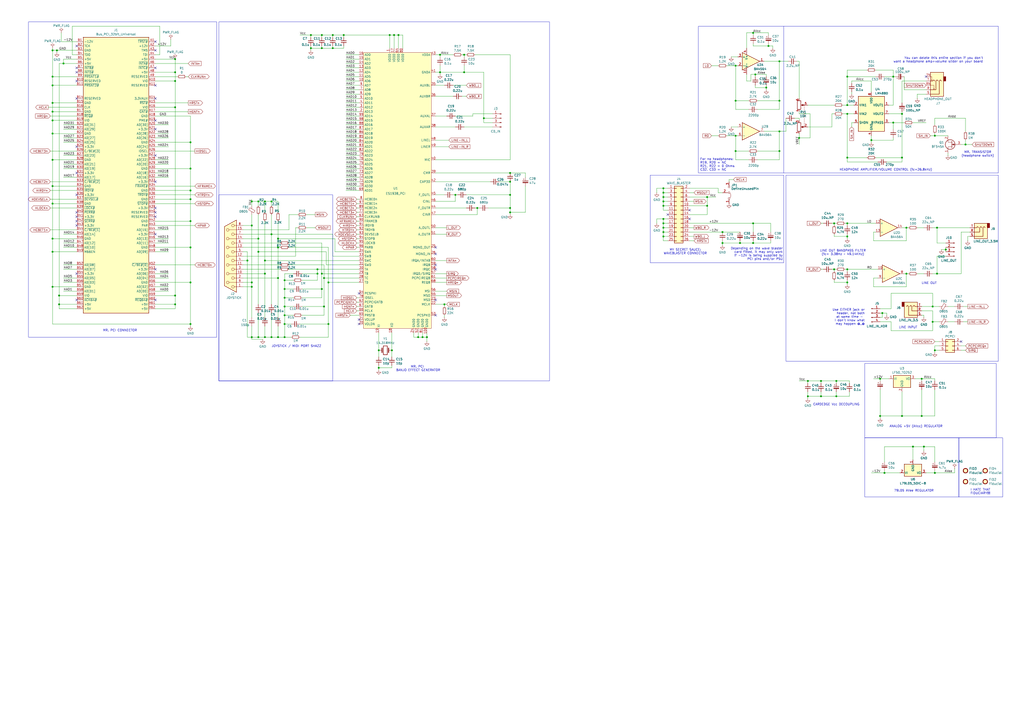
<source format=kicad_sch>
(kicad_sch (version 20231120) (generator "eeschema") (generator_version "8.0")
  (paper "A2")
  (junction (at 534.67 241.3))
  (junction (at 535.94 259.08))
  (junction (at 30.48 146.05))
  (junction (at 101.6 176.53))
  (junction (at 101.6 46.99))
  (junction (at 436.88 19.05))
  (junction (at 452.12 58.42))
  (junction (at 384.81 111.76))
  (junction (at 165.1 162.56))
  (junction (at 491.49 44.45))
  (junction (at 426.72 87.63))
  (junction (at 384.81 127))
  (junction (at 110.49 110.49))
  (junction (at 101.6 34.29))
  (junction (at 30.48 77.47))
  (junction (at 143.51 151.13))
  (junction (at 187.96 177.8))
  (junction (at 110.49 115.57))
  (junction (at 34.29 171.45))
  (junction (at 518.16 44.45))
  (junction (at 295.91 120.65))
  (junction (at 491.49 156.21))
  (junction (at 485.14 229.87))
  (junction (at 410.21 119.38))
  (junction (at 30.48 138.43))
  (junction (at 543.56 158.75))
  (junction (at 165.1 167.64))
  (junction (at 193.04 20.32))
  (junction (at 30.48 59.69))
  (junction (at 510.54 219.71))
  (junction (at 30.48 166.37))
  (junction (at 165.1 182.88))
  (junction (at 542.29 78.74))
  (junction (at 149.86 195.58))
  (junction (at 542.29 203.2))
  (junction (at 541.02 186.69))
  (junction (at 242.57 195.58))
  (junction (at 436.88 129.54))
  (junction (at 153.67 195.58))
  (junction (at 476.25 229.87))
  (junction (at 384.81 109.22))
  (junction (at 30.48 118.11))
  (junction (at 543.56 132.08))
  (junction (at 30.48 44.45))
  (junction (at 485.14 220.98))
  (junction (at 110.49 187.96))
  (junction (at 187.96 161.29))
  (junction (at 146.05 166.37))
  (junction (at 33.02 29.21))
  (junction (at 560.07 83.82))
  (junction (at 247.65 195.58))
  (junction (at 227.33 203.2))
  (junction (at 110.49 128.27))
  (junction (at 101.6 62.23))
  (junction (at 165.1 177.8))
  (junction (at 269.24 31.75))
  (junction (at 541.02 177.8))
  (junction (at 30.48 107.95))
  (junction (at 410.21 114.3))
  (junction (at 180.34 27.94))
  (junction (at 186.69 167.64))
  (junction (at 101.6 41.91))
  (junction (at 161.29 143.51))
  (junction (at 165.1 172.72))
  (junction (at 295.91 100.33))
  (junction (at 384.81 129.54))
  (junction (at 511.81 181.61))
  (junction (at 30.48 29.21))
  (junction (at 146.05 163.83))
  (junction (at 110.49 82.55))
  (junction (at 255.27 31.75))
  (junction (at 491.49 163.83))
  (junction (at 452.12 35.56))
  (junction (at 190.5 163.83))
  (junction (at 444.5 50.8))
  (junction (at 36.83 36.83))
  (junction (at 491.49 129.54))
  (junction (at 153.67 116.84))
  (junction (at 149.86 146.05))
  (junction (at 384.81 134.62))
  (junction (at 295.91 123.19))
  (junction (at 264.16 113.03))
  (junction (at 542.29 274.32))
  (junction (at 429.26 140.97))
  (junction (at 419.1 134.62))
  (junction (at 193.04 27.94))
  (junction (at 184.15 156.21))
  (junction (at 30.48 92.71))
  (junction (at 548.64 144.78))
  (junction (at 468.63 229.87))
  (junction (at 445.77 26.67))
  (junction (at 149.86 116.84))
  (junction (at 146.05 116.84))
  (junction (at 161.29 138.43))
  (junction (at 269.24 41.91))
  (junction (at 295.91 113.03))
  (junction (at 245.11 195.58))
  (junction (at 110.49 97.79))
  (junction (at 384.81 119.38))
  (junction (at 510.54 241.3))
  (junction (at 101.6 171.45))
  (junction (at 419.1 140.97))
  (junction (at 146.05 130.81))
  (junction (at 491.49 60.96))
  (junction (at 231.14 20.32))
  (junction (at 534.67 219.71))
  (junction (at 452.12 76.2))
  (junction (at 219.71 203.2))
  (junction (at 295.91 105.41))
  (junction (at 384.81 116.84))
  (junction (at 180.34 20.32))
  (junction (at 513.08 274.32))
  (junction (at 505.46 81.28))
  (junction (at 452.12 87.63))
  (junction (at 199.39 20.32))
  (junction (at 146.05 195.58))
  (junction (at 30.48 64.77))
  (junction (at 525.78 158.75))
  (junction (at 280.67 68.58))
  (junction (at 228.6 20.32))
  (junction (at 523.24 66.04))
  (junction (at 157.48 195.58))
  (junction (at 468.63 220.98))
  (junction (at 153.67 158.75))
  (junction (at 529.59 259.08))
  (junction (at 463.55 80.01))
  (junction (at 186.69 158.75))
  (junction (at 483.87 156.21))
  (junction (at 184.15 158.75))
  (junction (at 219.71 213.36))
  (junction (at 491.49 91.44))
  (junction (at 153.67 151.13))
  (junction (at 491.49 137.16))
  (junction (at 255.27 41.91))
  (junction (at 257.81 176.53))
  (junction (at 276.86 120.65))
  (junction (at 226.06 20.32))
  (junction (at 157.48 116.84))
  (junction (at 384.81 137.16))
  (junction (at 523.24 241.3))
  (junction (at 186.69 20.32))
  (junction (at 190.5 187.96))
  (junction (at 30.48 49.53))
  (junction (at 426.72 38.1))
  (junction (at 165.1 187.96))
  (junction (at 436.88 140.97))
  (junction (at 483.87 129.54))
  (junction (at 110.49 143.51))
  (junction (at 518.16 71.12))
  (junction (at 384.81 114.3))
  (junction (at 523.24 91.44))
  (junction (at 161.29 195.58))
  (junction (at 438.15 43.18))
  (junction (at 186.69 27.94))
  (junction (at 34.29 176.53))
  (junction (at 491.49 66.04))
  (junction (at 426.72 58.42))
  (junction (at 149.86 138.43))
  (junction (at 165.1 195.58))
  (junction (at 426.72 78.74))
  (junction (at 157.48 135.89))
  (junction (at 110.49 163.83))
  (junction (at 525.78 132.08))
  (junction (at 30.48 69.85))
  (junction (at 476.25 220.98))
  (junction (at 384.81 132.08))
  (junction (at 161.29 161.29))
  (no_connect (at 90.17 69.85))
  (no_connect (at 90.17 123.19))
  (no_connect (at 90.17 125.73))
  (no_connect (at 90.17 135.89))
  (no_connect (at 208.28 185.42))
  (no_connect (at 44.45 158.75))
  (no_connect (at 208.28 170.18))
  (no_connect (at 44.45 130.81))
  (no_connect (at 44.45 46.99))
  (no_connect (at 90.17 49.53))
  (no_connect (at 252.73 173.99))
  (no_connect (at 90.17 29.21))
  (no_connect (at 90.17 57.15))
  (no_connect (at 90.17 120.65))
  (no_connect (at 44.45 113.03))
  (no_connect (at 44.45 39.37))
  (no_connect (at 90.17 156.21))
  (no_connect (at 44.45 57.15))
  (no_connect (at 252.73 156.21))
  (no_connect (at 90.17 39.37))
  (no_connect (at 252.73 153.67))
  (no_connect (at 44.45 41.91))
  (no_connect (at 252.73 182.88))
  (no_connect (at 90.17 74.93))
  (no_connect (at 44.45 125.73))
  (no_connect (at 557.53 198.12))
  (no_connect (at 90.17 24.13))
  (no_connect (at 400.05 127))
  (no_connect (at 90.17 105.41))
  (no_connect (at 44.45 123.19))
  (no_connect (at 252.73 143.51))
  (no_connect (at 252.73 147.32))
  (no_connect (at 400.05 121.92))
  (no_connect (at 44.45 128.27))
  (no_connect (at 90.17 90.17))
  (no_connect (at 44.45 173.99))
  (no_connect (at 387.35 124.46))
  (no_connect (at 44.45 85.09))
  (no_connect (at 208.28 187.96))
  (no_connect (at 90.17 173.99))
  (no_connect (at 537.21 44.45))
  (no_connect (at 44.45 100.33))
  (no_connect (at 44.45 26.67))
  (wire (pts (xy 245.11 195.58) (xy 247.65 195.58)))
  (wire (pts (xy 252.73 41.91) (xy 255.27 41.91)))
  (wire (pts (xy 535.94 259.08) (xy 535.94 261.62)))
  (wire (pts (xy 90.17 62.23) (xy 101.6 62.23)))
  (wire (pts (xy 438.15 49.53) (xy 438.15 50.8)))
  (wire (pts (xy 153.67 151.13) (xy 153.67 158.75)))
  (wire (pts (xy 208.28 110.49) (xy 200.66 110.49)))
  (wire (pts (xy 542.29 226.06) (xy 542.29 241.3)))
  (wire (pts (xy 30.48 107.95) (xy 30.48 118.11)))
  (wire (pts (xy 227.33 193.04) (xy 227.33 203.2)))
  (wire (pts (xy 436.88 140.97) (xy 436.88 139.7)))
  (wire (pts (xy 295.91 123.19) (xy 295.91 120.65)))
  (wire (pts (xy 30.48 77.47) (xy 30.48 92.71)))
  (wire (pts (xy 508 40.64) (xy 518.16 40.64)))
  (wire (pts (xy 44.45 156.21) (xy 36.83 156.21)))
  (wire (pts (xy 483.87 137.16) (xy 491.49 137.16)))
  (wire (pts (xy 485.14 220.98) (xy 492.76 220.98)))
  (wire (pts (xy 542.29 259.08) (xy 542.29 267.97)))
  (wire (pts (xy 44.45 74.93) (xy 36.83 74.93)))
  (wire (pts (xy 488.95 66.04) (xy 491.49 66.04)))
  (wire (pts (xy 153.67 195.58) (xy 157.48 195.58)))
  (wire (pts (xy 557.53 200.66) (xy 560.07 200.66)))
  (wire (pts (xy 483.87 156.21) (xy 483.87 157.48)))
  (wire (pts (xy 90.17 146.05) (xy 97.79 146.05)))
  (wire (pts (xy 381 127) (xy 381 129.54)))
  (wire (pts (xy 140.97 156.21) (xy 162.56 156.21)))
  (wire (pts (xy 194.31 138.43) (xy 194.31 146.05)))
  (wire (pts (xy 30.48 64.77) (xy 30.48 69.85)))
  (wire (pts (xy 452.12 35.56) (xy 452.12 58.42)))
  (wire (pts (xy 410.21 114.3) (xy 415.29 114.3)))
  (wire (pts (xy 274.32 66.04) (xy 274.32 67.31)))
  (wire (pts (xy 146.05 130.81) (xy 146.05 124.46)))
  (wire (pts (xy 476.25 229.87) (xy 485.14 229.87)))
  (wire (pts (xy 289.56 105.41) (xy 295.91 105.41)))
  (wire (pts (xy 165.1 195.58) (xy 168.91 195.58)))
  (wire (pts (xy 90.17 110.49) (xy 110.49 110.49)))
  (wire (pts (xy 208.28 41.91) (xy 200.66 41.91)))
  (wire (pts (xy 400.05 119.38) (xy 410.21 119.38)))
  (wire (pts (xy 171.45 132.08) (xy 172.72 132.08)))
  (wire (pts (xy 561.34 139.7) (xy 561.34 137.16)))
  (wire (pts (xy 208.28 59.69) (xy 200.66 59.69)))
  (wire (pts (xy 30.48 44.45) (xy 44.45 44.45)))
  (wire (pts (xy 518.16 40.64) (xy 518.16 44.45)))
  (wire (pts (xy 542.29 274.32) (xy 553.72 274.32)))
  (wire (pts (xy 193.04 135.89) (xy 193.04 148.59)))
  (wire (pts (xy 514.35 93.98) (xy 523.24 93.98)))
  (wire (pts (xy 33.02 29.21) (xy 33.02 30.48)))
  (wire (pts (xy 44.45 163.83) (xy 36.83 163.83)))
  (wire (pts (xy 252.73 135.89) (xy 259.08 135.89)))
  (wire (pts (xy 469.9 66.04) (xy 463.55 66.04)))
  (wire (pts (xy 90.17 143.51) (xy 110.49 143.51)))
  (wire (pts (xy 35.56 19.05) (xy 35.56 24.13)))
  (wire (pts (xy 560.07 83.82) (xy 563.88 83.82)))
  (wire (pts (xy 381 109.22) (xy 381 111.76)))
  (wire (pts (xy 445.77 25.4) (xy 445.77 26.67)))
  (wire (pts (xy 101.6 171.45) (xy 101.6 62.23)))
  (wire (pts (xy 208.28 49.53) (xy 200.66 49.53)))
  (wire (pts (xy 461.01 68.58) (xy 463.55 68.58)))
  (wire (pts (xy 506.73 161.29) (xy 506.73 166.37)))
  (wire (pts (xy 36.83 135.89) (xy 44.45 135.89)))
  (wire (pts (xy 419.1 140.97) (xy 429.26 140.97)))
  (wire (pts (xy 29.21 120.65) (xy 44.45 120.65)))
  (wire (pts (xy 252.73 73.66) (xy 264.16 73.66)))
  (wire (pts (xy 187.96 177.8) (xy 175.26 177.8)))
  (wire (pts (xy 280.67 41.91) (xy 269.24 41.91)))
  (wire (pts (xy 186.69 158.75) (xy 186.69 140.97)))
  (wire (pts (xy 270.51 113.03) (xy 295.91 113.03)))
  (wire (pts (xy 532.13 54.61) (xy 532.13 57.15)))
  (wire (pts (xy 219.71 213.36) (xy 219.71 214.63)))
  (wire (pts (xy 187.96 161.29) (xy 187.96 177.8)))
  (wire (pts (xy 44.45 29.21) (xy 33.02 29.21)))
  (wire (pts (xy 140.97 130.81) (xy 146.05 130.81)))
  (wire (pts (xy 44.45 143.51) (xy 36.83 143.51)))
  (wire (pts (xy 558.8 186.69) (xy 561.34 186.69)))
  (wire (pts (xy 542.29 274.32) (xy 542.29 273.05)))
  (wire (pts (xy 193.04 20.32) (xy 193.04 21.59)))
  (wire (pts (xy 280.67 41.91) (xy 280.67 68.58)))
  (wire (pts (xy 252.73 151.13) (xy 259.08 151.13)))
  (wire (pts (xy 140.97 135.89) (xy 157.48 135.89)))
  (wire (pts (xy 161.29 138.43) (xy 194.31 138.43)))
  (wire (pts (xy 452.12 87.63) (xy 452.12 76.2)))
  (wire (pts (xy 463.55 80.01) (xy 469.9 80.01)))
  (wire (pts (xy 184.15 158.75) (xy 184.15 162.56)))
  (wire (pts (xy 90.17 87.63) (xy 113.03 87.63)))
  (wire (pts (xy 384.81 116.84) (xy 384.81 114.3)))
  (wire (pts (xy 255.27 41.91) (xy 269.24 41.91)))
  (wire (pts (xy 90.17 36.83) (xy 109.22 36.83)))
  (wire (pts (xy 506.73 166.37) (xy 525.78 166.37)))
  (wire (pts (xy 44.45 36.83) (xy 36.83 36.83)))
  (wire (pts (xy 207.01 135.89) (xy 208.28 135.89)))
  (wire (pts (xy 165.1 177.8) (xy 170.18 177.8)))
  (wire (pts (xy 153.67 195.58) (xy 153.67 189.23)))
  (wire (pts (xy 146.05 166.37) (xy 146.05 184.15)))
  (wire (pts (xy 491.49 156.21) (xy 491.49 157.48)))
  (wire (pts (xy 149.86 116.84) (xy 153.67 116.84)))
  (wire (pts (xy 140.97 166.37) (xy 146.05 166.37)))
  (wire (pts (xy 30.48 146.05) (xy 44.45 146.05)))
  (wire (pts (xy 90.17 118.11) (xy 113.03 118.11)))
  (wire (pts (xy 433.07 46.99) (xy 435.61 46.99)))
  (wire (pts (xy 463.55 80.01) (xy 463.55 83.82)))
  (wire (pts (xy 186.69 20.32) (xy 193.04 20.32)))
  (wire (pts (xy 491.49 135.89) (xy 491.49 137.16)))
  (wire (pts (xy 140.97 146.05) (xy 143.51 146.05)))
  (wire (pts (xy 534.67 182.88) (xy 535.94 182.88)))
  (wire (pts (xy 90.17 113.03) (xy 113.03 113.03)))
  (wire (pts (xy 149.86 146.05) (xy 149.86 176.53)))
  (wire (pts (xy 207.01 177.8) (xy 208.28 177.8)))
  (wire (pts (xy 511.81 181.61) (xy 510.54 181.61)))
  (wire (pts (xy 518.16 71.12) (xy 524.51 71.12)))
  (wire (pts (xy 549.91 78.74) (xy 542.29 78.74)))
  (wire (pts (xy 447.04 140.97) (xy 447.04 139.7)))
  (wire (pts (xy 491.49 60.96) (xy 495.3 60.96)))
  (wire (pts (xy 208.28 107.95) (xy 200.66 107.95)))
  (wire (pts (xy 90.17 140.97) (xy 97.79 140.97)))
  (wire (pts (xy 208.28 62.23) (xy 200.66 62.23)))
  (wire (pts (xy 36.83 34.29) (xy 44.45 34.29)))
  (wire (pts (xy 153.67 128.27) (xy 153.67 151.13)))
  (wire (pts (xy 44.45 102.87) (xy 36.83 102.87)))
  (wire (pts (xy 110.49 97.79) (xy 110.49 110.49)))
  (wire (pts (xy 295.91 92.71) (xy 295.91 31.75)))
  (wire (pts (xy 529.59 259.08) (xy 535.94 259.08)))
  (wire (pts (xy 252.73 116.84) (xy 264.16 116.84)))
  (wire (pts (xy 426.72 63.5) (xy 434.34 63.5)))
  (wire (pts (xy 400.05 111.76) (xy 402.59 111.76)))
  (wire (pts (xy 190.5 187.96) (xy 190.5 195.58)))
  (wire (pts (xy 247.65 195.58) (xy 247.65 198.12)))
  (wire (pts (xy 483.87 135.89) (xy 483.87 137.16)))
  (wire (pts (xy 153.67 116.84) (xy 153.67 123.19)))
  (wire (pts (xy 90.17 64.77) (xy 109.22 64.77)))
  (wire (pts (xy 30.48 49.53) (xy 30.48 59.69)))
  (wire (pts (xy 510.54 184.15) (xy 511.81 184.15)))
  (wire (pts (xy 491.49 66.04) (xy 491.49 91.44)))
  (wire (pts (xy 177.8 124.46) (xy 182.88 124.46)))
  (wire (pts (xy 208.28 54.61) (xy 200.66 54.61)))
  (wire (pts (xy 419.1 139.7) (xy 419.1 140.97)))
  (wire (pts (xy 468.63 229.87) (xy 468.63 231.14)))
  (wire (pts (xy 252.73 105.41) (xy 284.48 105.41)))
  (wire (pts (xy 165.1 167.64) (xy 165.1 162.56)))
  (wire (pts (xy 252.73 113.03) (xy 257.81 113.03)))
  (wire (pts (xy 101.6 62.23) (xy 101.6 46.99)))
  (wire (pts (xy 534.67 226.06) (xy 534.67 241.3)))
  (wire (pts (xy 549.91 88.9) (xy 549.91 90.17)))
  (wire (pts (xy 35.56 24.13) (xy 44.45 24.13)))
  (wire (pts (xy 177.8 132.08) (xy 182.88 132.08)))
  (wire (pts (xy 165.1 158.75) (xy 170.18 158.75)))
  (wire (pts (xy 146.05 163.83) (xy 146.05 166.37)))
  (wire (pts (xy 208.28 153.67) (xy 189.23 153.67)))
  (wire (pts (xy 491.49 129.54) (xy 508 129.54)))
  (wire (pts (xy 153.67 158.75) (xy 140.97 158.75)))
  (wire (pts (xy 491.49 60.96) (xy 491.49 44.45)))
  (wire (pts (xy 233.68 20.32) (xy 233.68 27.94)))
  (wire (pts (xy 231.14 20.32) (xy 233.68 20.32)))
  (wire (pts (xy 199.39 20.32) (xy 199.39 21.59)))
  (wire (pts (xy 269.24 31.75) (xy 270.51 31.75)))
  (wire (pts (xy 90.17 176.53) (xy 101.6 176.53)))
  (wire (pts (xy 187.96 153.67) (xy 187.96 161.29)))
  (wire (pts (xy 295.91 105.41) (xy 295.91 113.03)))
  (wire (pts (xy 90.17 166.37) (xy 97.79 166.37)))
  (wire (pts (xy 537.21 274.32) (xy 542.29 274.32)))
  (wire (pts (xy 546.1 144.78) (xy 548.64 144.78)))
  (wire (pts (xy 304.8 107.95) (xy 304.8 123.19)))
  (wire (pts (xy 283.21 120.65) (xy 295.91 120.65)))
  (wire (pts (xy 190.5 187.96) (xy 173.99 187.96)))
  (wire (pts (xy 208.28 82.55) (xy 200.66 82.55)))
  (wire (pts (xy 101.6 179.07) (xy 101.6 176.53)))
  (wire (pts (xy 384.81 114.3) (xy 387.35 114.3)))
  (wire (pts (xy 462.28 35.56) (xy 463.55 35.56)))
  (wire (pts (xy 384.81 119.38) (xy 384.81 121.92)))
  (wire (pts (xy 542.29 78.74) (xy 542.29 77.47)))
  (wire (pts (xy 511.81 184.15) (xy 511.81 181.61)))
  (wire (pts (xy 436.88 129.54) (xy 447.04 129.54)))
  (wire (pts (xy 548.64 148.59) (xy 543.56 148.59)))
  (wire (pts (xy 384.81 132.08) (xy 387.35 132.08)))
  (wire (pts (xy 252.73 124.46) (xy 276.86 124.46)))
  (wire (pts (xy 513.08 44.45) (xy 518.16 44.45)))
  (wire (pts (xy 384.81 129.54) (xy 384.81 132.08)))
  (wire (pts (xy 444.5 43.18) (xy 444.5 44.45)))
  (wire (pts (xy 516.89 186.69) (xy 516.89 191.77)))
  (wire (pts (xy 534.67 241.3) (xy 542.29 241.3)))
  (wire (pts (xy 36.83 168.91) (xy 44.45 168.91)))
  (wire (pts (xy 242.57 193.04) (xy 242.57 195.58)))
  (wire (pts (xy 276.86 120.65) (xy 278.13 120.65)))
  (wire (pts (xy 44.45 31.75) (xy 41.91 31.75)))
  (wire (pts (xy 439.42 87.63) (xy 452.12 87.63)))
  (wire (pts (xy 245.11 193.04) (xy 245.11 195.58)))
  (wire (pts (xy 207.01 140.97) (xy 208.28 140.97)))
  (wire (pts (xy 140.97 161.29) (xy 161.29 161.29)))
  (wire (pts (xy 44.45 97.79) (xy 36.83 97.79)))
  (wire (pts (xy 384.81 132.08) (xy 384.81 134.62)))
  (wire (pts (xy 34.29 176.53) (xy 44.45 176.53)))
  (wire (pts (xy 436.88 25.4) (xy 436.88 26.67)))
  (wire (pts (xy 264.16 116.84) (xy 264.16 113.03)))
  (wire (pts (xy 543.56 140.97) (xy 543.56 132.08)))
  (wire (pts (xy 560.07 76.2) (xy 560.07 68.58)))
  (wire (pts (xy 525.78 132.08) (xy 523.24 132.08)))
  (wire (pts (xy 242.57 195.58) (xy 245.11 195.58)))
  (wire (pts (xy 429.26 139.7) (xy 429.26 140.97)))
  (wire (pts (xy 491.49 137.16) (xy 491.49 138.43)))
  (wire (pts (xy 476.25 220.98) (xy 476.25 222.25)))
  (wire (pts (xy 170.18 182.88) (xy 165.1 182.88)))
  (wire (pts (xy 208.28 52.07) (xy 200.66 52.07)))
  (wire (pts (xy 90.17 115.57) (xy 110.49 115.57)))
  (wire (pts (xy 146.05 195.58) (xy 149.86 195.58)))
  (wire (pts (xy 262.89 113.03) (xy 264.16 113.03)))
  (wire (pts (xy 553.72 274.32) (xy 553.72 271.78)))
  (wire (pts (xy 208.28 85.09) (xy 200.66 85.09)))
  (wire (pts (xy 33.02 29.21) (xy 30.48 29.21)))
  (wire (pts (xy 231.14 20.32) (xy 231.14 27.94)))
  (wire (pts (xy 505.46 81.28) (xy 518.16 81.28)))
  (wire (pts (xy 264.16 113.03) (xy 265.43 113.03)))
  (wire (pts (xy 153.67 158.75) (xy 153.67 184.15)))
  (wire (pts (xy 165.1 167.64) (xy 165.1 172.72)))
  (wire (pts (xy 30.48 27.94) (xy 30.48 29.21)))
  (wire (pts (xy 34.29 36.83) (xy 36.83 36.83)))
  (wire (pts (xy 295.91 120.65) (xy 295.91 113.03)))
  (wire (pts (xy 157.48 119.38) (xy 157.48 116.84)))
  (wire (pts (xy 445.77 26.67) (xy 448.31 26.67)))
  (wire (pts (xy 419.1 134.62) (xy 429.26 134.62)))
  (wire (pts (xy 110.49 187.96) (xy 110.49 189.23)))
  (wire (pts (xy 226.06 20.32) (xy 228.6 20.32)))
  (wire (pts (xy 452.12 76.2) (xy 443.23 76.2)))
  (wire (pts (xy 438.15 43.18) (xy 444.5 43.18)))
  (wire (pts (xy 267.97 55.88) (xy 270.51 55.88)))
  (wire (pts (xy 199.39 26.67) (xy 199.39 27.94)))
  (wire (pts (xy 448.31 26.67) (xy 448.31 27.94)))
  (wire (pts (xy 252.73 161.29) (xy 259.08 161.29)))
  (wire (pts (xy 524.51 52.07) (xy 524.51 44.45)))
  (wire (pts (xy 561.34 137.16) (xy 562.61 137.16)))
  (wire (pts (xy 529.59 71.12) (xy 537.21 71.12)))
  (wire (pts (xy 426.72 92.71) (xy 434.34 92.71)))
  (wire (pts (xy 525.78 132.08) (xy 527.05 132.08)))
  (wire (pts (xy 542.29 68.58) (xy 542.29 72.39)))
  (wire (pts (xy 180.34 27.94) (xy 180.34 29.21)))
  (wire (pts (xy 101.6 176.53) (xy 101.6 171.45)))
  (wire (pts (xy 532.13 54.61) (xy 537.21 54.61)))
  (wire (pts (xy 443.23 35.56) (xy 452.12 35.56)))
  (wire (pts (xy 170.18 167.64) (xy 165.1 167.64)))
  (wire (pts (xy 29.21 87.63) (xy 44.45 87.63)))
  (wire (pts (xy 513.08 267.97) (xy 513.08 259.08)))
  (wire (pts (xy 483.87 129.54) (xy 483.87 130.81)))
  (wire (pts (xy 146.05 196.85) (xy 152.4 196.85)))
  (wire (pts (xy 207.01 120.65) (xy 208.28 120.65)))
  (wire (pts (xy 190.5 163.83) (xy 208.28 163.83)))
  (wire (pts (xy 387.35 119.38) (xy 384.81 119.38)))
  (wire (pts (xy 41.91 15.24) (xy 92.71 15.24)))
  (wire (pts (xy 523.24 59.69) (xy 523.24 46.99)))
  (wire (pts (xy 549.91 177.8) (xy 553.72 177.8)))
  (wire (pts (xy 400.05 132.08) (xy 402.59 132.08)))
  (wire (pts (xy 44.45 95.25) (xy 36.83 95.25)))
  (wire (pts (xy 447.04 129.54) (xy 447.04 134.62)))
  (wire (pts (xy 436.88 19.05) (xy 445.77 19.05)))
  (wire (pts (xy 208.28 72.39) (xy 200.66 72.39)))
  (wire (pts (xy 208.28 95.25) (xy 200.66 95.25)))
  (wire (pts (xy 482.6 66.04) (xy 483.87 66.04)))
  (wire (pts (xy 267.97 31.75) (xy 269.24 31.75)))
  (wire (pts (xy 476.25 129.54) (xy 477.52 129.54)))
  (wire (pts (xy 516.89 179.07) (xy 516.89 170.18)))
  (wire (pts (xy 161.29 195.58) (xy 165.1 195.58)))
  (wire (pts (xy 161.29 143.51) (xy 161.29 161.29)))
  (wire (pts (xy 295.91 100.33) (xy 304.8 100.33)))
  (wire (pts (xy 153.67 151.13) (xy 208.28 151.13)))
  (wire (pts (xy 557.53 134.62) (xy 562.61 134.62)))
  (wire (pts (xy 400.05 114.3) (xy 410.21 114.3)))
  (wire (pts (xy 541.02 177.8) (xy 544.83 177.8)))
  (wire (pts (xy 557.53 83.82) (xy 560.07 83.82)))
  (wire (pts (xy 494.03 48.26) (xy 494.03 46.99)))
  (wire (pts (xy 269.24 31.75) (xy 269.24 33.02)))
  (wire (pts (xy 186.69 140.97) (xy 167.64 140.97)))
  (wire (pts (xy 491.49 40.64) (xy 502.92 40.64)))
  (wire (pts (xy 274.32 66.04) (xy 285.75 66.04)))
  (wire (pts (xy 505.46 78.74) (xy 505.46 81.28)))
  (wire (pts (xy 381 127) (xy 384.81 127)))
  (wire (pts (xy 416.56 111.76) (xy 419.1 111.76)))
  (wire (pts (xy 29.21 133.35) (xy 44.45 133.35)))
  (wire (pts (xy 90.17 59.69) (xy 109.22 59.69)))
  (wire (pts (xy 193.04 148.59) (xy 208.28 148.59)))
  (wire (pts (xy 255.27 41.91) (xy 255.27 43.18)))
  (wire (pts (xy 207.01 123.19) (xy 208.28 123.19)))
  (wire (pts (xy 400.05 129.54) (xy 436.88 129.54)))
  (wire (pts (xy 257.81 182.88) (xy 257.81 184.15)))
  (wire (pts (xy 419.1 140.97) (xy 419.1 142.24)))
  (wire (pts (xy 468.63 60.96) (xy 483.87 60.96)))
  (wire (pts (xy 30.48 69.85) (xy 44.45 69.85)))
  (wire (pts (xy 510.54 219.71) (xy 515.62 219.71)))
  (wire (pts (xy 157.48 195.58) (xy 157.48 181.61)))
  (wire (pts (xy 262.89 49.53) (xy 270.51 49.53)))
  (wire (pts (xy 219.71 193.04) (xy 219.71 203.2)))
  (wire (pts (xy 90.17 171.45) (xy 101.6 171.45)))
  (wire (pts (xy 149.86 138.43) (xy 149.86 146.05)))
  (wire (pts (xy 529.59 259.08) (xy 529.59 266.7)))
  (wire (pts (xy 165.1 177.8) (xy 165.1 182.88)))
  (wire (pts (xy 30.48 146.05) (xy 30.48 166.37)))
  (wire (pts (xy 173.99 195.58) (xy 190.5 195.58)))
  (wire (pts (xy 186.69 20.32) (xy 186.69 21.59)))
  (wire (pts (xy 30.48 44.45) (xy 30.48 49.53)))
  (wire (pts (xy 140.97 153.67) (xy 162.56 153.67)))
  (wire (pts (xy 208.28 69.85) (xy 200.66 69.85)))
  (wire (pts (xy 476.25 227.33) (xy 476.25 229.87)))
  (wire (pts (xy 537.21 52.07) (xy 524.51 52.07)))
  (wire (pts (xy 416.56 109.22) (xy 416.56 111.76)))
  (wire (pts (xy 165.1 182.88) (xy 165.1 187.96)))
  (wire (pts (xy 445.77 19.05) (xy 445.77 20.32)))
  (wire (pts (xy 161.29 143.51) (xy 140.97 143.51)))
  (wire (pts (xy 252.73 31.75) (xy 255.27 31.75)))
  (wire (pts (xy 207.01 130.81) (xy 208.28 130.81)))
  (wire (pts (xy 252.73 132.08) (xy 259.08 132.08)))
  (wire (pts (xy 143.51 151.13) (xy 143.51 195.58)))
  (wire (pts (xy 506.73 139.7) (xy 506.73 134.62)))
  (wire (pts (xy 491.49 91.44) (xy 491.49 93.98)))
  (wire (pts (xy 90.17 168.91) (xy 97.79 168.91)))
  (wire (pts (xy 165.1 162.56) (xy 165.1 158.75)))
  (wire (pts (xy 208.28 92.71) (xy 200.66 92.71)))
  (wire (pts (xy 208.28 57.15) (xy 200.66 57.15)))
  (wire (pts (xy 506.73 139.7) (xy 525.78 139.7)))
  (wire (pts (xy 436.88 140.97) (xy 447.04 140.97)))
  (wire (pts (xy 557.53 158.75) (xy 557.53 134.62)))
  (wire (pts (xy 173.99 20.32) (xy 180.34 20.32)))
  (wire (pts (xy 110.49 143.51) (xy 110.49 163.83)))
  (wire (pts (xy 165.1 172.72) (xy 165.1 177.8)))
  (wire (pts (xy 468.63 229.87) (xy 476.25 229.87)))
  (wire (pts (xy 110.49 67.31) (xy 110.49 82.55)))
  (wire (pts (xy 384.81 111.76) (xy 384.81 109.22)))
  (wire (pts (xy 384.81 134.62) (xy 387.35 134.62)))
  (wire (pts (xy 544.83 200.66) (xy 542.29 200.66)))
  (wire (pts (xy 491.49 44.45) (xy 491.49 40.64)))
  (wire (pts (xy 541.02 191.77) (xy 541.02 186.69)))
  (wire (pts (xy 186.69 26.67) (xy 186.69 27.94)))
  (wire (pts (xy 304.8 123.19) (xy 295.91 123.19)))
  (wire (pts (xy 255.27 31.75) (xy 255.27 33.02)))
  (wire (pts (xy 161.29 143.51) (xy 162.56 143.51)))
  (wire (pts (xy 515.62 71.12) (xy 518.16 71.12)))
  (wire (pts (xy 468.63 220.98) (xy 476.25 220.98)))
  (wire (pts (xy 252.73 55.88) (xy 262.89 55.88)))
  (wire (pts (xy 208.28 67.31) (xy 200.66 67.31)))
  (wire (pts (xy 90.17 163.83) (xy 110.49 163.83)))
  (wire (pts (xy 208.28 44.45) (xy 200.66 44.45)))
  (wire (pts (xy 543.56 148.59) (xy 543.56 158.75)))
  (wire (pts (xy 384.81 127) (xy 384.81 129.54)))
  (wire (pts (xy 492.76 220.98) (xy 492.76 222.25)))
  (wire (pts (xy 543.56 132.08) (xy 562.61 132.08)))
  (wire (pts (xy 468.63 227.33) (xy 468.63 229.87)))
  (wire (pts (xy 560.07 81.28) (xy 560.07 83.82)))
  (wire (pts (xy 548.64 144.78) (xy 548.64 146.05)))
  (wire (pts (xy 186.69 27.94) (xy 180.34 27.94)))
  (wire (pts (xy 558.8 177.8) (xy 561.34 177.8)))
  (wire (pts (xy 384.81 114.3) (xy 384.81 111.76)))
  (wire (pts (xy 175.26 167.64) (xy 186.69 167.64)))
  (wire (pts (xy 518.16 81.28) (xy 518.16 80.01)))
  (wire (pts (xy 505.46 81.28) (xy 505.46 82.55)))
  (wire (pts (xy 90.17 102.87) (xy 97.79 102.87)))
  (wire (pts (xy 492.76 229.87) (xy 492.76 227.33)))
  (wire (pts (xy 30.48 138.43) (xy 44.45 138.43)))
  (wire (pts (xy 252.73 49.53) (xy 257.81 49.53)))
  (wire (pts (xy 187.96 161.29) (xy 208.28 161.29)))
  (wire (pts (xy 167.64 133.35) (xy 167.64 124.46)))
  (wire (pts (xy 525.78 158.75) (xy 527.05 158.75)))
  (wire (pts (xy 548.64 140.97) (xy 543.56 140.97)))
  (wire (pts (xy 433.07 19.05) (xy 436.88 19.05)))
  (wire (pts (xy 180.34 20.32) (xy 180.34 21.59)))
  (wire (pts (xy 482.6 156.21) (xy 483.87 156.21)))
  (wire (pts (xy 510.54 226.06) (xy 510.54 241.3)))
  (wire (pts (xy 34.29 179.07) (xy 34.29 176.53)))
  (wire (pts (xy 491.49 156.21) (xy 509.27 156.21)))
  (wire (pts (xy 203.2 182.88) (xy 208.28 182.88)))
  (wire (pts (xy 463.55 66.04) (xy 463.55 64.77)))
  (wire (pts (xy 157.48 195.58) (xy 161.29 195.58)))
  (wire (pts (xy 523.24 91.44) (xy 523.24 66.04)))
  (wire (pts (xy 518.16 71.12) (xy 518.16 74.93)))
  (wire (pts (xy 400.05 116.84) (xy 402.59 116.84)))
  (wire (pts (xy 542.29 200.66) (xy 542.29 203.2)))
  (wire (pts (xy 476.25 156.21) (xy 477.52 156.21)))
  (wire (pts (xy 510.54 219.71) (xy 510.54 220.98)))
  (wire (pts (xy 165.1 172.72) (xy 170.18 172.72)))
  (wire (pts (xy 167.64 156.21) (xy 184.15 156.21)))
  (wire (pts (xy 90.17 161.29) (xy 97.79 161.29)))
  (wire (pts (xy 207.01 118.11) (xy 208.28 118.11)))
  (wire (pts (xy 515.62 60.96) (xy 518.16 60.96)))
  (wire (pts (xy 505.46 274.32) (xy 513.08 274.32)))
  (wire (pts (xy 30.48 69.85) (xy 30.48 77.47)))
  (wire (pts (xy 208.28 80.01) (xy 200.66 80.01)))
  (wire (pts (xy 34.29 171.45) (xy 34.29 36.83)))
  (wire (pts (xy 463.55 220.98) (xy 468.63 220.98)))
  (wire (pts (xy 186.69 172.72) (xy 175.26 172.72)))
  (wire (pts (xy 426.72 87.63) (xy 434.34 87.63)))
  (wire (pts (xy 27.94 62.23) (xy 44.45 62.23)))
  (wire (pts (xy 30.48 59.69) (xy 30.48 64.77)))
  (wire (pts (xy 483.87 156.21) (xy 485.14 156.21)))
  (wire (pts (xy 199.39 20.32) (xy 226.06 20.32)))
  (wire (pts (xy 208.28 36.83) (xy 200.66 36.83)))
  (wire (pts (xy 384.81 137.16) (xy 384.81 139.7)))
  (wire (pts (xy 186.69 167.64) (xy 186.69 172.72)))
  (wire (pts (xy 468.63 220.98) (xy 468.63 222.25)))
  (wire (pts (xy 435.61 46.99) (xy 435.61 43.18)))
  (wire (pts (xy 90.17 34.29) (xy 101.6 34.29)))
  (wire (pts (xy 92.71 15.24) (xy 92.71 31.75)))
  (wire (pts (xy 34.29 171.45) (xy 44.45 171.45)))
  (wire (pts (xy 44.45 140.97) (xy 36.83 140.97)))
  (wire (pts (xy 208.28 31.75) (xy 200.66 31.75)))
  (wire (pts (xy 433.07 43.18) (xy 433.07 46.99)))
  (wire (pts (xy 252.73 81.28) (xy 260.35 81.28)))
  (wire (pts (xy 384.81 119.38) (xy 384.81 116.84)))
  (wire (pts (xy 143.51 195.58) (xy 146.05 195.58)))
  (wire (pts (xy 482.6 73.66) (xy 482.6 66.04)))
  (wire (pts (xy 455.93 76.2) (xy 452.12 76.2)))
  (wire (pts (xy 165.1 187.96) (xy 165.1 195.58)))
  (wire (pts (xy 90.17 158.75) (xy 97.79 158.75)))
  (wire (pts (xy 143.51 146.05) (xy 143.51 151.13)))
  (wire (pts (xy 518.16 60.96) (xy 518.16 44.45)))
  (wire (pts (xy 228.6 20.32) (xy 228.6 27.94)))
  (wire (pts (xy 44.45 80.01) (xy 36.83 80.01)))
  (wire (pts (xy 252.73 92.71) (xy 295.91 92.71)))
  (wire (pts (xy 424.18 73.66) (xy 427.99 73.66)))
  (wire (pts (xy 110.49 110.49) (xy 110.49 115.57)))
  (wire (pts (xy 190.5 163.83) (xy 190.5 187.96)))
  (wire (pts (xy 90.17 92.71) (xy 97.79 92.71)))
  (wire (pts (xy 30.48 49.53) (xy 44.45 49.53)))
  (wire (pts (xy 193.04 27.94) (xy 186.69 27.94)))
  (wire (pts (xy 494.03 46.99) (xy 505.46 46.99)))
  (wire (pts (xy 90.17 82.55) (xy 110.49 82.55)))
  (wire (pts (xy 187.96 182.88) (xy 175.26 182.88)))
  (wire (pts (xy 535.94 259.08) (xy 542.29 259.08)))
  (wire (pts (xy 157.48 135.89) (xy 157.48 176.53)))
  (wire (pts (xy 90.17 46.99) (xy 101.6 46.99)))
  (wire (pts (xy 494.03 53.34) (xy 494.03 54.61)))
  (wire (pts (xy 523.24 64.77) (xy 523.24 66.04)))
  (wire (pts (xy 227.33 212.09) (xy 227.33 213.36)))
  (wire (pts (xy 29.21 115.57) (xy 44.45 115.57)))
  (wire (pts (xy 184.15 158.75) (xy 175.26 158.75)))
  (wire (pts (xy 99.06 22.86) (xy 99.06 26.67)))
  (wire (pts (xy 207.01 175.26) (xy 208.28 175.26)))
  (wire (pts (xy 165.1 162.56) (xy 170.18 162.56)))
  (wire (pts (xy 542.29 198.12) (xy 544.83 198.12)))
  (wire (pts (xy 280.67 71.12) (xy 280.67 68.58)))
  (wire (pts (xy 30.48 77.47) (xy 44.45 77.47)))
  (wire (pts (xy 30.48 92.71) (xy 30.48 107.95)))
  (wire (pts (xy 207.01 128.27) (xy 208.28 128.27)))
  (wire (pts (xy 534.67 180.34) (xy 541.02 180.34)))
  (wire (pts (xy 384.81 134.62) (xy 384.81 137.16)))
  (wire (pts (xy 384.81 109.22) (xy 381 109.22)))
  (wire (pts (xy 252.73 120.65) (xy 270.51 120.65)))
  (wire (pts (xy 171.45 148.59) (xy 171.45 132.08)))
  (wire (pts (xy 532.13 158.75) (xy 535.94 158.75)))
  (wire (pts (xy 90.17 130.81) (xy 113.03 130.81)))
  (wire (pts (xy 506.73 134.62) (xy 508 134.62)))
  (wire (pts (xy 463.55 68.58) (xy 463.55 69.85)))
  (wire (pts (xy 491.49 44.45) (xy 508 44.45)))
  (wire (pts (xy 491.49 129.54) (xy 491.49 130.81)))
  (wire (pts (xy 161.29 161.29) (xy 161.29 184.15)))
  (wire (pts (xy 483.87 162.56) (xy 483.87 163.83)))
  (wire (pts (xy 161.29 138.43) (xy 161.29 143.51)))
  (wire (pts (xy 543.56 158.75) (xy 557.53 158.75)))
  (wire (pts (xy 90.17 80.01) (xy 97.79 80.01)))
  (wire (pts (xy 41.91 31.75) (xy 41.91 15.24)))
  (wire (pts (xy 410.21 119.38) (xy 410.21 114.3)))
  (wire (pts (xy 208.28 77.47) (xy 200.66 77.47)))
  (wire (pts (xy 226.06 20.32) (xy 226.06 27.94)))
  (wire (pts (xy 208.28 97.79) (xy 200.66 97.79)))
  (wire (pts (xy 193.04 20.32) (xy 199.39 20.32)))
  (wire (pts (xy 494.03 73.66) (xy 494.03 71.12)))
  (wire (pts (xy 90.17 77.47) (xy 97.79 77.47)))
  (wire (pts (xy 494.03 71.12) (xy 495.3 71.12)))
  (wire (pts (xy 400.05 137.16) (xy 402.59 137.16)))
  (wire (pts (xy 513.08 259.08) (xy 529.59 259.08)))
  (wire (pts (xy 435.61 43.18) (xy 438.15 43.18)))
  (wire (pts (xy 252.73 163.83) (xy 259.08 163.83)))
  (wire (pts (xy 208.28 105.41) (xy 200.66 105.41)))
  (wire (pts (xy 167.64 124.46) (xy 172.72 124.46)))
  (wire (pts (xy 482.6 129.54) (xy 483.87 129.54)))
  (wire (pts (xy 483.87 129.54) (xy 485.14 129.54)))
  (wire (pts (xy 516.89 170.18) (xy 541.02 170.18)))
  (wire (pts (xy 180.34 27.94) (xy 180.34 26.67)))
  (wire (pts (xy 90.17 26.67) (xy 99.06 26.67)))
  (wire (pts (xy 143.51 151.13) (xy 140.97 151.13)))
  (wire (pts (xy 384.81 129.54) (xy 387.35 129.54)))
  (wire (pts (xy 384.81 111.76) (xy 387.35 111.76)))
  (wire (pts (xy 252.73 168.91) (xy 259.08 168.91)))
  (wire (pts (xy 90.17 44.45) (xy 102.87 44.45)))
  (wire (pts (xy 429.26 140.97) (xy 436.88 140.97)))
  (wire (pts (xy 153.67 116.84) (xy 157.48 116.84)))
  (wire (pts (xy 140.97 148.59) (xy 171.45 148.59)))
  (wire (pts (xy 518.16 44.45) (xy 519.43 44.45)))
  (wire (pts (xy 146.05 130.81) (xy 146.05 163.83)))
  (wire (pts (xy 541.02 132.08) (xy 543.56 132.08)))
  (wire (pts (xy 490.22 129.54) (xy 491.49 129.54)))
  (wire (pts (xy 90.17 128.27) (xy 110.49 128.27)))
  (wire (pts (xy 463.55 77.47) (xy 463.55 80.01)))
  (wire (pts (xy 516.89 191.77) (xy 541.02 191.77)))
  (wire (pts (xy 189.23 153.67) (xy 189.23 146.05)))
  (wire (pts (xy 400.05 139.7) (xy 402.59 139.7)))
  (wire (pts (xy 280.67 68.58) (xy 285.75 68.58)))
  (wire (pts (xy 90.17 179.07) (xy 101.6 179.07)))
  (wire (pts (xy 426.72 38.1) (xy 427.99 38.1)))
  (wire (pts (xy 485.14 229.87) (xy 492.76 229.87)))
  (wire (pts (xy 30.48 29.21) (xy 30.48 44.45)))
  (wire (pts (xy 400.05 134.62) (xy 419.1 134.62)))
  (wire (pts (xy 146.05 116.84) (xy 146.05 119.38)))
  (wire (pts (xy 149.86 195.58) (xy 153.67 195.58)))
  (wire (pts (xy 90.17 138.43) (xy 97.79 138.43)))
  (wire (pts (xy 525.78 158.75) (xy 525.78 166.37)))
  (wire (pts (xy 549.91 186.69) (xy 553.72 186.69)))
  (wire (pts (xy 400.05 124.46) (xy 410.21 124.46)))
  (wire (pts (xy 463.55 35.56) (xy 463.55 57.15)))
  (wire (pts (xy 384.81 121.92) (xy 387.35 121.92)))
  (wire (pts (xy 247.65 195.58) (xy 247.65 193.04)))
  (wire (pts (xy 90.17 100.33) (xy 97.79 100.33)))
  (wire (pts (xy 208.28 34.29) (xy 200.66 34.29)))
  (wire (pts (xy 485.14 227.33) (xy 485.14 229.87)))
  (wire (pts (xy 90.17 133.35) (xy 97.79 133.35)))
  (wire (pts (xy 506.73 219.71) (xy 510.54 219.71)))
  (wire (pts (xy 44.45 161.29) (xy 36.83 161.29)))
  (wire (pts (xy 90.17 95.25) (xy 97.79 95.25)))
  (wire (pts (xy 208.28 146.05) (xy 194.31 146.05)))
  (wire (pts (xy 44.45 90.17) (xy 36.83 90.17)))
  (wire (pts (xy 30.48 187.96) (xy 30.48 166.37)))
  (wire (pts (xy 384.81 137.16) (xy 387.35 137.16)))
  (wire (pts (xy 513.08 274.32) (xy 521.97 274.32)))
  (wire (pts (xy 426.72 58.42) (xy 434.34 58.42)))
  (wire (pts (xy 557.53 203.2) (xy 560.07 203.2)))
  (wire (pts (xy 421.64 78.74) (xy 426.72 78.74)))
  (wire (pts (xy 525.78 139.7) (xy 525.78 132.08)))
  (wire (pts (xy 488.95 60.96) (xy 491.49 60.96)))
  (wire (pts (xy 412.75 38.1) (xy 416.56 38.1)))
  (wire (pts (xy 149.86 138.43) (xy 149.86 124.46)))
  (wire (pts (xy 505.46 46.99) (xy 505.46 53.34)))
  (wire (pts (xy 252.73 85.09) (xy 260.35 85.09)))
  (wire (pts (xy 255.27 41.91) (xy 255.27 38.1)))
  (wire (pts (xy 252.73 67.31) (xy 259.08 67.31)))
  (wire (pts (xy 534.67 177.8) (xy 541.02 177.8)))
  (wire (pts (xy 146.05 195.58) (xy 146.05 196.85)))
  (wire (pts (xy 227.33 213.36) (xy 219.71 213.36)))
  (wire (pts (xy 199.39 27.94) (xy 193.04 27.94)))
  (wire (pts (xy 534.67 219.71) (xy 542.29 219.71)))
  (wire (pts (xy 207.01 143.51) (xy 208.28 143.51)))
  (wire (pts (xy 483.87 163.83) (xy 491.49 163.83)))
  (wire (pts (xy 444.5 50.8) (xy 444.5 52.07)))
  (wire (pts (xy 542.29 68.58) (xy 560.07 68.58)))
  (wire (pts (xy 425.45 104.14) (xy 422.91 104.14)))
  (wire (pts (xy 44.45 153.67) (xy 36.83 153.67)))
  (wire (pts (xy 469.9 80.01) (xy 469.9 66.04)))
  (wire (pts (xy 149.86 195.58) (xy 149.86 181.61)))
  (wire (pts (xy 295.91 31.75) (xy 275.59 31.75)))
  (wire (pts (xy 110.49 128.27) (xy 110.49 143.51)))
  (wire (pts (xy 90.17 41.91) (xy 101.6 41.91)))
  (wire (pts (xy 436.88 129.54) (xy 436.88 134.62)))
  (wire (pts (xy 535.94 182.88) (xy 535.94 184.15)))
  (wire (pts (xy 532.13 132.08) (xy 535.94 132.08)))
  (wire (pts (xy 44.45 179.07) (xy 34.29 179.07)))
  (wire (pts (xy 90.17 97.79) (xy 110.49 97.79)))
  (wire (pts (xy 508 91.44) (xy 523.24 91.44)))
  (wire (pts (xy 542.29 203.2) (xy 544.83 203.2)))
  (wire (pts (xy 514.35 181.61) (xy 514.35 182.88)))
  (wire (pts (xy 193.04 26.67) (xy 193.04 27.94)))
  (polyline (pts (xy 454.66 15.24) (xy 454.66 100.33)))
  (wire (pts (xy 240.03 193.04) (xy 240.03 195.58)))
  (wire (pts (xy 541.02 180.34) (xy 541.02 186.69)))
  (wire (pts (xy 140.97 140.97) (xy 162.56 140.97)))
  (wire (pts (xy 208.28 100.33) (xy 200.66 100.33)))
  (wire (pts (xy 384.81 139.7) (xy 387.35 139.7)))
  (wire (pts (xy 438.15 50.8) (xy 444.5 50.8)))
  (wire (pts (xy 190.5 163.83) (xy 190.5 143.51)))
  (wire (pts (xy 295.91 124.46) (xy 295.91 123.19)))
  (wire (pts (xy 384.81 109.22) (xy 387.35 109.22)))
  (wire (pts (xy 207.01 125.73) (xy 208.28 125.73)))
  (wire (pts (xy 184.15 156.21) (xy 184.15 158.75)))
  (wire (pts (xy 276.86 120.65) (xy 275.59 120.65)))
  (wire (pts (xy 426.72 78.74) (xy 426.72 87.63)))
  (wire (pts (xy 107.95 44.45) (xy 109.22 44.45)))
  (wire (pts (xy 207.01 180.34) (xy 208.28 180.34)))
  (wire (pts (xy 30.48 118.11) (xy 44.45 118.11)))
  (wire (pts (xy 140.97 133.35) (xy 167.64 133.35)))
  (wire (pts (xy 539.75 78.74) (xy 542.29 78.74)))
  (wire (pts (xy 412.75 78.74) (xy 416.56 78.74)))
  (wire (pts (xy 424.18 33.02) (xy 427.99 33.02)))
  (wire (pts (xy 485.14 220.98) (xy 485.14 222.25)))
  (wire (pts (xy 476.25 220.98) (xy 485.14 220.98)))
  (wire (pts (xy 510.54 241.3) (xy 510.54 242.57)))
  (wire (pts (xy 90.17 153.67) (xy 113.03 153.67)))
  (wire (pts (xy 542.29 203.2) (xy 542.29 204.47)))
  (wire (pts (xy 438.15 43.18) (xy 438.15 44.45)))
  (wire (pts (xy 274.32 67.31) (xy 264.16 67.31)))
  (wire (pts (xy 452.12 63.5) (xy 452.12 58.42)))
  (wire (pts (xy 523.24 93.98) (xy 523.24 91.44)))
  (wire (pts (xy 491.49 163.83) (xy 491.49 165.1)))
  (wire (pts (xy 110.49 82.55) (xy 110.49 97.79)))
  (wire (pts (xy 90.17 85.09) (xy 97.79 85.09)))
  (wire (pts (xy 219.71 212.09) (xy 219.71 213.36)))
  (wire (pts (xy 44.45 72.39) (xy 36.83 72.39)))
  (wire (pts (xy 157.48 135.89) (xy 193.04 135.89)))
  (wire (pts (xy 29.21 105.41) (xy 44.45 105.41)))
  (wire (pts (xy 207.01 172.72) (xy 208.28 172.72)))
  (wire (pts (xy 410.21 124.46) (xy 410.21 119.38)))
  (wire (pts (xy 541.02 186.69) (xy 544.83 186.69)))
  (wire (pts (xy 542.29 219.71) (xy 542.29 220.98)))
  (wire (pts (xy 541.02 158.75) (xy 543.56 158.75)))
  (wire (pts (xy 186.69 158.75) (xy 186.69 167.64)))
  (wire (pts (xy 110.49 187.96) (xy 30.48 187.96)))
  (wire (pts (xy 208.28 156.21) (xy 184.15 156.21)))
  (wire (pts (xy 208.28 64.77) (xy 200.66 64.77)))
  (wire (pts (xy 257.81 176.53) (xy 257.81 177.8)))
  (wire (pts (xy 252.73 176.53) (xy 257.81 176.53)))
  (wire (pts (xy 207.01 138.43) (xy 208.28 138.43)))
  (wire (pts (xy 304.8 100.33) (xy 304.8 102.87)))
  (wire (pts (xy 387.35 127) (xy 384.81 127)))
  (wire (pts (xy 285.75 71.12) (xy 280.67 71.12)))
  (wire (pts (xy 36.83 36.83) (xy 36.83 34.29)))
  (wire (pts (xy 523.24 46.99) (xy 537.21 46.99)))
  (wire (pts (xy 219.71 203.2) (xy 219.71 207.01)))
  (wire (pts (xy 452.12 35.56) (xy 457.2 35.56)))
  (wire (pts (xy 146.05 189.23) (xy 146.05 195.58)))
  (wire (pts (xy 167.64 143.51) (xy 190.5 143.51)))
  (wire (pts (xy 491.49 93.98) (xy 509.27 93.98)))
  (wire (pts (xy 140.97 138.43) (xy 149.86 138.43)))
  (wire (pts (xy 101.6 46.99) (xy 101.6 41.91)))
  (wire (pts (xy 240.03 195.58) (xy 242.57 195.58)))
  (wire (pts (xy 208.28 90.17) (xy 200.66 90.17)))
  (wire (pts (xy 165.1 187.96) (xy 168.91 187.96)))
  (wire (pts (xy 400.05 109.22) (xy 416.56 109.22)))
  (wire (pts (xy 30.48 59.69) (xy 44.45 59.69)))
  (wire (pts (xy 523.24 241.3) (xy 534.67 241.3)))
  (wire (pts (xy 439.42 63.5) (xy 452.12 63.5)))
  (wire (pts (xy 468.63 73.66) (xy 482.6 73.66)))
  (wire (pts (xy 161.29 116.84) (xy 161.29 123.19)))
  (wire (pts (xy 180.34 20.32) (xy 186.69 20.32)))
  (wire (pts (xy 149.86 116.84) (xy 149.86 119.38)))
  (wire (pts (xy 490.22 156.21) (xy 491.49 156.21)))
  (wire (pts (xy 228.6 20.32) (xy 231.14 20.32)))
  (wire (pts (xy 422.91 104.14) (xy 422.91 105.41)))
  (wire (pts (xy 208.28 46.99) (xy 200.66 46.99)))
  (wire (pts (xy 90.17 67.31) (xy 110.49 67.31)))
  (wire (pts (xy 510.54 179.07) (xy 516.89 179.07)))
  (wire (pts (xy 110.49 163.83) (xy 110.49 187.96)))
  (wire (pts (xy 184.15 162.56) (xy 175.26 162.56)))
  (wire (pts (xy 439.42 92.71) (xy 452.12 92.71)))
  (wire (pts (xy 110.49 115.57) (xy 110.49 128.27)))
  (wire (pts (xy 167.64 153.67) (xy 187.96 153.67)))
  (wire (pts (xy 157.48 135.89) (xy 157.48 124.46)))
  (wire (pts (xy 436.88 26.67) (xy 445.77 26.67)))
  (wire (pts (xy 436.88 19.05) (xy 436.88 20.32)))
  (wire (pts (xy 276.86 124.46) (xy 276.86 120.65)))
  (wire (pts (xy 157.48 116.84) (xy 161.29 116.84)))
  (wire (pts (xy 30.48 64.77) (xy 44.45 64.77)))
  (wire (pts (xy 523.24 66.04) (xy 515.62 66.04)))
  (wire (pts (xy 511.81 181.61) (xy 514.35 181.61)))
  (wire (pts (xy 161.29 195.58) (xy 161.29 189.23)))
  (wire (pts (xy 208.28 74.93) (xy 200.66 74.93)))
  (wire (pts (xy 548.64 143.51) (xy 548.64 144.78)))
  (wire (pts (xy 140.97 163.83) (xy 146.05 163.83)))
  (wire (pts (xy 90.17 72.39) (xy 97.79 72.39)))
  (wire (pts (xy 252.73 171.45) (xy 259.08 171.45)))
  (wire (pts (xy 534.67 219.71) (xy 534.67 220.98)))
  (wire (pts (xy 30.48 166.37) (xy 44.45 166.37)))
  (wire (pts (xy 255.27 31.75) (xy 262.89 31.75)))
  (wire (pts (xy 207.01 133.35) (xy 208.28 133.35)))
  (wire (pts (xy 433.07 27.94) (xy 433.07 19.05)))
  (wire (pts (xy 186.69 158.75) (xy 208.28 158.75)))
  (wire (pts (xy 452.12 58.42) (xy 439.42 58.42)))
  (wire (pts (xy 384.81 116.84) (xy 387.35 116.84)))
  (wire (pts (xy 90.17 31.75) (xy 92.71 31.75)))
  (wire (pts (xy 208.28 39.37) (xy 200.66 39.37)))
  (wire (pts (xy 491.49 91.44) (xy 502.92 91.44)))
  (wire (pts (xy 510.54 241.3) (xy 523.24 241.3)))
  (wire (pts (xy 30.48 118.11) (xy 30.48 138.43)))
  (wire (pts (xy 491.49 66.04) (xy 495.3 66.04)))
  (wire (pts (xy 269.24 73.66) (xy 285.75 73.66)))
  (wire (pts (xy 227.33 203.2) (xy 227.33 207.01)))
  (wire (pts (xy 269.24 41.91) (xy 269.24 38.1)))
  (wire (pts (xy 208.28 102.87) (xy 200.66 102.87)))
  (wire (pts (xy 257.81 176.53) (xy 259.08 176.53)))
  (wire (pts (xy 252.73 158.75) (xy 259.08 158.75)))
  (wire (pts (xy 513.08 273.05) (xy 513.08 274.32)))
  (wire (pts (xy 207.01 115.57) (xy 208.28 115.57)))
  (wire (pts (xy 523.24 227.33) (xy 523.24 241.3)))
  (wire (pts (xy 29.21 67.31) (xy 44.45 67.31)))
  (wire (pts (xy 421.64 38.1) (xy 426.72 38.1)))
  (wire (pts (xy 30.48 138.43) (xy 30.48 146.05)))
  (wire (pts (xy 146.05 115.57) (xy 146.05 116.84)))
  (wire (pts (xy 530.86 219.71) (xy 534.67 219.71)))
  (wire (pts (xy 252.73 100.33) (xy 295.91 100.33)))
  (wire (pts (xy 30.48 92.71) (xy 44.45 92.71)))
  (wire (pts (xy 90.17 107.95) (xy 113.03 107.95)))
  (wire (pts (xy 101.6 41.91) (xy 101.6 34.29)))
  (wire (pts (xy 161.29 128.27) (xy 161.29 138.43)))
  (wire (pts (xy 541.02 170.18) (xy 541.02 177.8)))
  (wire (pts (xy 426.72 58.42) (xy 426.72 63.5)))
  (wire (pts (xy 510.54 186.69) (xy 516.89 186.69)))
  (wire (pts (xy 426.72 38.1) (xy 426.72 58.42)))
  (wire (pts (xy 524.51 158.75) (xy 525.78 158.75)))
  (wire (pts (xy 208.28 87.63) (xy 200.66 87.63)))
  (wire (pts (xy 426.72 78.74) (xy 427.99 78.74)))
  (wire (pts (xy 34.29 176.53) (xy 34.29 171.45)))
  (wire (pts (xy 44.45 82.55) (xy 36.83 82.55)))
  (wire (pts (xy 455.93 76.2) (xy 455.93 68.58)))
  (wire (pts (xy 146.05 116.84) (xy 149.86 116.84)))
  (wire (pts (xy 491.49 162.56) (xy 491.49 163.83)))
  (wire (pts (xy 452.12 87.63) (xy 452.12 92.71)))
  (wire (pts (xy 444.5 49.53) (xy 444.5 50.8)))
  (wire (pts (xy 30.48 107.95) (xy 44.45 107.95)))
  (wire (pts (xy 506.73 161.29) (xy 509.27 161.29)))
  (wire (pts (xy 189.23 146.05) (xy 149.86 146.05)))
  (wire (pts (xy 29.21 110.49) (xy 44.45 110.49)))
  (wire (pts (xy 426.72 87.63) (xy 426.72 92.71)))
  (wire (pts (xy 187.96 177.8) (xy 187.96 182.88)))
  (rectangle (start 501.65 210.82) (end 577.85 254))
  (rectangle (start 405.13 15.24) (end 579.12 100.33))
  (rectangle (start 556.26 254) (end 581.66 288.29))
  (rectangle (start 127 12.7) (end 318.77 220.98))
  (rectangle (start 501.65 254) (end 556.26 288.29))
  (rectangle (start 455.93 101.6) (end 579.12 209.55))
  (rectangle (start 16.51 12.7) (end 125.73 195.58))
  (rectangle (start 127 113.03) (end 193.04 220.98))
  (rectangle (start 377.19 101.6) (end 454.66 152.4))
  (text "JOYSTICK / MIDI PORT SHAZZ" (at 171.958 200.914 0) (effects (font (size 1.27 1.27))))
  (text "MR. TRANSISTOR\n(headphone switch)" (at 567.182 89.408 0) (effects (font (size 1.27 1.27))))
  (text "Depending on the wave blaster\ncard fitted, it may only work\nif -12V is being supplied by\nPCI pins and/or PSU" (at 454.152 147.32 0) (effects (font (size 1.27 1.27)) (justify right)))
  (text "LINE INPUT" (at 526.796 189.992 0) (effects (font (size 1.27 1.27))))
  (text "MY SECRET SAUCE:\nWAVEBLASTER CONNECTOR" (at 397.51 146.05 0) (effects (font (size 1.27 1.27))))
  (text "For no headphones:\nR19, R20 = NC\nR21, R22 = 0 Ohms\nC32, C33 = NC" (at 406.146 95.504 0) (effects (font (size 1.27 1.27)) (justify left)))
  (text "ANALOG +5V (AVcc) REGULATOR" (at 531.368 247.396 0) (effects (font (size 1.27 1.27))))
  (text "I HATE THAT\nFIDUCIARY!!!" (at 568.706 285.242 0) (effects (font (size 1.27 1.27))))
  (text "LINE OUT BANDPASS FILTER\n(fc= 3.38Hz ~ 49.14KHz)" (at 488.95 146.558 0) (effects (font (size 1.27 1.27))))
  (text "You can delete this entire section if you don't\nwant a headphone amp+volume slider on your board" (at 570.23 34.798 0) (effects (font (size 1.27 1.27)) (justify right)))
  (text "CARDEDGE Vcc DECOUPLING" (at 485.14 234.696 0) (effects (font (size 1.27 1.27))))
  (text "MR. PCI \nBANJO EFFECT GENERATOR" (at 242.57 213.868 0) (effects (font (size 1.27 1.27))))
  (text "79L05 AVee REGULATOR" (at 530.098 284.734 0) (effects (font (size 1.27 1.27))))
  (text "LINE OUT" (at 538.988 164.338 0) (effects (font (size 1.27 1.27))))
  (text "Use EITHER jack or\nheader, not both\nat same time - \nI don't know what\nmay happen @_@" (at 501.65 183.896 0) (effects (font (size 1.27 1.27)) (justify right)))
  (text "MR. PCI CONNECTOR" (at 69.596 191.77 0) (effects (font (size 1.27 1.27))))
  (text "HEADPHONE AMPLIFIER/VOLUME CONTROL (fc=26.8kHz)" (at 513.842 98.552 0) (effects (font (size 1.27 1.27))))
  (label "HAD29" (at 200.66 105.41 0))
  (label "Vcc" (at 463.55 220.98 0))
  (label "HAD13" (at 200.66 64.77 0))
  (label "+12V" (at 416.56 129.54 180))
  (label "HAD18" (at 97.79 100.33 180))
  (label "Vcc" (at 38.1 34.29 0))
  (label "HAD14" (at 200.66 67.31 0))
  (label "HAD15" (at 200.66 69.85 0))
  (label "HAD25" (at 200.66 95.25 0))
  (label "HAD23" (at 36.83 90.17 0))
  (label "AVcc" (at 535.94 219.71 0))
  (label "HAD12" (at 36.83 140.97 0))
  (label "-12V" (at 36.83 24.13 0))
  (label "HAD19" (at 36.83 97.79 0))
  (label "RO" (at 502.92 156.21 0))
  (label "HAD29" (at 36.83 74.93 0))
  (label "HAD20" (at 200.66 82.55 0))
  (label "HAD17" (at 36.83 102.87 0))
  (label "HAD15" (at 97.79 133.35 180))
  (label "HAD1" (at 200.66 34.29 0))
  (label "VREF" (at 537.21 71.12 180))
  (label "HAD9" (at 97.79 146.05 180))
  (label "HAD21" (at 36.83 95.25 0))
  (label "HAD4" (at 200.66 41.91 0))
  (label "AVcc" (at 496.57 46.99 0))
  (label "AVcc" (at 260.35 31.75 180))
  (label "HAD8" (at 200.66 52.07 0))
  (label "HAD19" (at 200.66 80.01 0))
  (label "GND" (at 96.52 67.31 180))
  (label "HAD4" (at 97.79 161.29 180))
  (label "HAD20" (at 97.79 95.25 180))
  (label "HAD7" (at 200.66 49.53 0))
  (label "HAD26" (at 97.79 80.01 180))
  (label "Vcc" (at 415.29 114.3 180))
  (label "HAD6" (at 200.66 46.99 0))
  (label "HAD21" (at 200.66 85.09 0))
  (label "HAD12" (at 200.66 62.23 0))
  (label "HAD30" (at 200.66 107.95 0))
  (label "HAD27" (at 200.66 100.33 0))
  (label "Vcc" (at 146.05 115.57 270))
  (label "HAD31" (at 200.66 110.49 0))
  (label "Vcc" (at 173.99 20.32 0))
  (label "HAD30" (at 97.79 72.39 180))
  (label "AVdd" (at 549.91 68.58 0))
  (label "HAD1" (at 36.83 168.91 0))
  (label "HAD22" (at 97.79 92.71 180))
  (label "HAD25" (at 36.83 82.55 0))
  (label "HAD7" (at 36.83 156.21 0))
  (label "LO" (at 502.92 129.54 0))
  (label "HAD16" (at 200.66 72.39 0))
  (label "HAD6" (at 97.79 158.75 180))
  (label "+12V" (at 96.52 26.67 180))
  (label "HAD16" (at 97.79 102.87 180))
  (label "HAD17" (at 200.66 74.93 0))
  (label "HAD18" (at 200.66 77.47 0))
  (label "HAD24" (at 200.66 92.71 0))
  (label "HAD31" (at 36.83 72.39 0))
  (label "+12V" (at 506.73 219.71 0))
  (label "HAD22" (at 200.66 87.63 0))
  (label "HAD3" (at 200.66 39.37 0))
  (label "HAD11" (at 97.79 140.97 180))
  (label "HAD2" (at 200.66 36.83 0))
  (label "HAD0" (at 200.66 31.75 0))
  (label "HAD8" (at 36.83 153.67 0))
  (label "AVee" (at 552.45 274.32 180))
  (label "VREF" (at 463.55 83.82 90))
  (label "HAD27" (at 36.83 80.01 0))
  (label "HAD9" (at 200.66 54.61 0))
  (label "Vcc" (at 101.6 34.29 180))
  (label "-12V" (at 505.46 274.32 0))
  (label "HAD24" (at 97.79 85.09 180))
  (label "HAD5" (at 36.83 161.29 0))
  (label "HAD0" (at 97.79 168.91 180))
  (label "AVcc" (at 436.88 19.05 0))
  (label "HAD10" (at 200.66 57.15 0))
  (label "HAD28" (at 200.66 102.87 0))
  (label "HAD11" (at 200.66 59.69 0))
  (label "HAD5" (at 200.66 44.45 0))
  (label "HAD13" (at 97.79 138.43 180))
  (label "HAD28" (at 97.79 77.47 180))
  (label "-12V" (at 416.56 134.62 180))
  (label "HAD2" (at 97.79 166.37 180))
  (label "HAD26" (at 200.66 97.79 0))
  (label "HAD23" (at 200.66 90.17 0))
  (label "HAD3" (at 36.83 163.83 0))
  (label "GND" (at 34.29 29.21 0))
  (label "HAD10" (at 36.83 143.51 0))
  (label "HAD14" (at 36.83 135.89 0))
  (label "AVee" (at 439.42 43.18 0))
  (global_label "SH_IN" (shape input) (at 539.75 78.74 180) (property "Intersheetrefs" "${INTERSHEET_REFS}" (effects (hide yes))))
  (global_label "CLKRUNn" (shape bidirectional) (at 109.22 44.45 0) (property "Intersheetrefs" "${INTERSHEET_REFS}" (effects (hide yes))))
  (global_label "HFRAMEn" (shape bidirectional) (at 113.03 107.95 0) (property "Intersheetrefs" "${INTERSHEET_REFS}" (effects (hide yes))))
  (global_label "MSOUT" (shape output) (at 259.08 171.45 0) (property "Intersheetrefs" "${INTERSHEET_REFS}" (effects (hide yes))))
  (global_label "PCPCIGNTn" (shape input) (at 207.01 175.26 180) (property "Intersheetrefs" "${INTERSHEET_REFS}" (effects (hide yes))))
  (global_label "WBO_L" (shape output) (at 402.59 137.16 0) (property "Intersheetrefs" "${INTERSHEET_REFS}" (effects (hide yes))))
  (global_label "RO" (shape input) (at 412.75 78.74 180) (property "Intersheetrefs" "${INTERSHEET_REFS}" (effects (hide yes))))
  (global_label "HTRDYn" (shape bidirectional) (at 113.03 113.03 0) (property "Intersheetrefs" "${INTERSHEET_REFS}" (effects (hide yes))))
  (global_label "HIDSEL" (shape output) (at 113.03 87.63 0) (property "Intersheetrefs" "${INTERSHEET_REFS}" (effects (hide yes))))
  (global_label "HCBET3n" (shape bidirectional) (at 207.01 123.19 180) (property "Intersheetrefs" "${INTERSHEET_REFS}" (effects (hide yes))))
  (global_label "R_OUT" (shape input) (at 476.25 156.21 180) (property "Intersheetrefs" "${INTERSHEET_REFS}" (effects (hide yes))))
  (global_label "LO" (shape input) (at 412.75 38.1 180) (property "Intersheetrefs" "${INTERSHEET_REFS}" (effects (hide yes))))
  (global_label "MSIN" (shape input) (at 259.08 168.91 0) (property "Intersheetrefs" "${INTERSHEET_REFS}" (effects (hide yes))))
  (global_label "MCLK" (shape input) (at 425.45 104.14 0) (property "Intersheetrefs" "${INTERSHEET_REFS}" (effects (hide yes))))
  (global_label "LINE-IN_L" (shape output) (at 561.34 177.8 0) (property "Intersheetrefs" "${INTERSHEET_REFS}" (effects (hide yes))))
  (global_label "L_OUT" (shape input) (at 476.25 129.54 180) (property "Intersheetrefs" "${INTERSHEET_REFS}" (effects (hide yes))))
  (global_label "LINE-IN_R" (shape output) (at 561.34 186.69 0) (property "Intersheetrefs" "${INTERSHEET_REFS}" (effects (hide yes))))
  (global_label "HGNTn" (shape input) (at 207.01 177.8 180) (property "Intersheetrefs" "${INTERSHEET_REFS}" (effects (hide yes))))
  (global_label "HTRDYn" (shape bidirectional) (at 207.01 133.35 180) (property "Intersheetrefs" "${INTERSHEET_REFS}" (effects (hide yes))))
  (global_label "HCBET0n" (shape bidirectional) (at 113.03 153.67 0) (property "Intersheetrefs" "${INTERSHEET_REFS}" (effects (hide yes))))
  (global_label "HCLK" (shape output) (at 27.94 62.23 180) (property "Intersheetrefs" "${INTERSHEET_REFS}" (effects (hide yes))))
  (global_label "HCBET1n" (shape bidirectional) (at 29.21 133.35 180) (property "Intersheetrefs" "${INTERSHEET_REFS}" (effects (hide yes))))
  (global_label "SHUTDOWN" (shape input) (at 537.21 49.53 180) (property "Intersheetrefs" "${INTERSHEET_REFS}" (effects (hide yes))))
  (global_label "HRSTn" (shape output) (at 109.22 59.69 0) (property "Intersheetrefs" "${INTERSHEET_REFS}" (effects (hide yes))))
  (global_label "HRSTn" (shape input) (at 402.59 139.7 0) (property "Intersheetrefs" "${INTERSHEET_REFS}" (effects (hide yes))))
  (global_label "HIRDYn" (shape bidirectional) (at 29.21 110.49 180) (property "Intersheetrefs" "${INTERSHEET_REFS}" (effects (hide yes))))
  (global_label "PCPCIREQn" (shape input) (at 560.07 200.66 0) (property "Intersheetrefs" "${INTERSHEET_REFS}" (effects (hide yes))))
  (global_label "HLOCKn" (shape bidirectional) (at 207.01 140.97 180) (property "Intersheetrefs" "${INTERSHEET_REFS}" (effects (hide yes))))
  (global_label "WBO_R" (shape input) (at 270.51 55.88 0) (property "Intersheetrefs" "${INTERSHEET_REFS}" (effects (hide yes))))
  (global_label "SIRQ" (shape input) (at 560.07 203.2 0) (property "Intersheetrefs" "${INTERSHEET_REFS}" (effects (hide yes))))
  (global_label "MSIN" (shape output) (at 402.59 116.84 0) (property "Intersheetrefs" "${INTERSHEET_REFS}" (effects (hide yes))))
  (global_label "MSOUT" (shape input) (at 182.88 132.08 0) (property "Intersheetrefs" "${INTERSHEET_REFS}" (effects (hide yes))))
  (global_label "WBO_L" (shape input) (at 270.51 49.53 0) (property "Intersheetrefs" "${INTERSHEET_REFS}" (effects (hide yes))))
  (global_label "HCBET2n" (shape bidirectional) (at 29.21 105.41 180) (property "Intersheetrefs" "${INTERSHEET_REFS}" (effects (hide yes))))
  (global_label "MCLK" (shape input) (at 259.08 176.53 0) (property "Intersheetrefs" "${INTERSHEET_REFS}" (effects (hide yes))))
  (global_label "HPAR" (shape bidirectional) (at 113.03 130.81 0) (property "Intersheetrefs" "${INTERSHEET_REFS}" (effects (hide yes))))
  (global_label "LINE-IN_R" (shape input) (at 260.35 85.09 0) (property "Intersheetrefs" "${INTERSHEET_REFS}" (effects (hide yes))))
  (global_label "PCPCIGNTn" (shape input) (at 542.29 198.12 180) (property "Intersheetrefs" "${INTERSHEET_REFS}" (effects (hide yes))))
  (global_label "HCLK" (shape input) (at 207.01 180.34 180) (property "Intersheetrefs" "${INTERSHEET_REFS}" (effects (hide yes))))
  (global_label "HIDSEL" (shape input) (at 207.01 172.72 180) (property "Intersheetrefs" "${INTERSHEET_REFS}" (effects (hide yes))))
  (global_label "HCBET0n" (shape bidirectional) (at 207.01 115.57 180) (property "Intersheetrefs" "${INTERSHEET_REFS}" (effects (hide yes))))
  (global_label "HSTOPn" (shape bidirectional) (at 207.01 138.43 180) (property "Intersheetrefs" "${INTERSHEET_REFS}" (effects (hide yes))))
  (global_label "PCPCIREQn" (shape output) (at 259.08 161.29 0) (property "Intersheetrefs" "${INTERSHEET_REFS}" (effects (hide yes))))
  (global_label "HREQn" (shape input) (at 29.21 67.31 180) (property "Intersheetrefs" "${INTERSHEET_REFS}" (effects (hide yes))))
  (global_label "SIRQ" (shape output) (at 259.08 158.75 0) (property "Intersheetrefs" "${INTERSHEET_REFS}" (effects (hide yes))))
  (global_label "HCBET1n" (shape bidirectional) (at 207.01 118.11 180) (property "Intersheetrefs" "${INTERSHEET_REFS}" (effects (hide yes))))
  (global_label "HRSTn" (shape input) (at 203.2 182.88 180) (property "Intersheetrefs" "${INTERSHEET_REFS}" (effects (hide yes))))
  (global_label "INTAn" (shape input) (at 109.22 36.83 0) (property "Intersheetrefs" "${INTERSHEET_REFS}" (effects (hide yes))))
  (global_label "HFRAMEn" (shape bidirectional) (at 207.01 128.27 180) (property "Intersheetrefs" "${INTERSHEET_REFS}" (effects (hide yes))))
  (global_label "HDEVSELn" (shape bidirectional) (at 207.01 135.89 180) (property "Intersheetrefs" "${INTERSHEET_REFS}" (effects (hide yes))))
  (global_label "SH_IN" (shape input) (at 494.03 73.66 270) (property "Intersheetrefs" "${INTERSHEET_REFS}" (effects (hide yes))))
  (global_label "HREQn" (shape output) (at 259.08 163.83 0) (property "Intersheetrefs" "${INTERSHEET_REFS}" (effects (hide yes))))
  (global_label "HCBET3n" (shape bidirectional) (at 29.21 87.63 180) (property "Intersheetrefs" "${INTERSHEET_REFS}" (effects (hide yes))))
  (global_label "HIRDYn" (shape bidirectional) (at 207.01 130.81 180) (property "Intersheetrefs" "${INTERSHEET_REFS}" (effects (hide yes))))
  (global_label "HPAR" (shape bidirectional) (at 207.01 143.51 180) (property "Intersheetrefs" "${INTERSHEET_REFS}" (effects (hide yes))))
  (global_label "SHUTDOWN" (shape input) (at 563.88 83.82 0) (property "Intersheetrefs" "${INTERSHEET_REFS}" (effects (hide yes))))
  (global_label "R_OUT" (shape output) (at 259.08 135.89 0) (property "Intersheetrefs" "${INTERSHEET_REFS}" (effects (hide yes))))
  (global_label "CLKRUNn" (shape input) (at 207.01 125.73 180) (property "Intersheetrefs" "${INTERSHEET_REFS}" (effects (hide yes))))
  (global_label "HLOCKn" (shape bidirectional) (at 29.21 120.65 180) (property "Intersheetrefs" "${INTERSHEET_REFS}" (effects (hide yes))))
  (global_label "HGNTn" (shape output) (at 109.22 64.77 0) (property "Intersheetrefs" "${INTERSHEET_REFS}" (effects (hide yes))))
  (global_label "HSTOPn" (shape bidirectional) (at 113.03 118.11 0) (property "Intersheetrefs" "${INTERSHEET_REFS}" (effects (hide yes))))
  (global_label "HCBET2n" (shape bidirectional) (at 207.01 120.65 180) (property "Intersheetrefs" "${INTERSHEET_REFS}" (effects (hide yes))))
  (global_label "LINE-IN_L" (shape input) (at 260.35 81.28 0) (property "Intersheetrefs" "${INTERSHEET_REFS}" (effects (hide yes))))
  (global_label "WBO_R" (shape output) (at 402.59 132.08 0) (property "Intersheetrefs" "${INTERSHEET_REFS}" (effects (hide yes))))
  (global_label "MSIN" (shape output) (at 182.88 124.46 0) (property "Intersheetrefs" "${INTERSHEET_REFS}" (effects (hide yes))))
  (global_label "HDEVSELn" (shape bidirectional) (at 29.21 115.57 180) (property "Intersheetrefs" "${INTERSHEET_REFS}" (effects (hide yes))))
  (global_label "L_OUT" (shape output) (at 259.08 132.08 0) (property "Intersheetrefs" "${INTERSHEET_REFS}" (effects (hide yes))))
  (global_label "MSOUT" (shape input) (at 402.59 111.76 0) (property "Intersheetrefs" "${INTERSHEET_REFS}" (effects (hide yes))))
  (global_label "INTAn" (shape output) (at 259.08 151.13 0) (property "Intersheetrefs" "${INTERSHEET_REFS}" (effects (hide yes))))
  (symbol (lib_id "Device:C_Small") (at 419.1 137.16 0) (unit 1)
    (property "Reference" "C29" (at 421.4241 135.9541 0) (effects (justify left)))
    (property "Value" "0.22u" (at 421.4241 138.3784 0) (effects (justify left)))
    (property "Footprint" "Capacitor_SMD:C_0805_2012Metric" (effects (hide yes)))
    (property "Description" "Unpolarized capacitor, small symbol" (effects (hide yes)))
  )
  (symbol (lib_id "power:GND") (at 505.46 82.55 0) (unit 1)
    (property "Reference" "#PWR027" (effects (hide yes)))
    (property "Value" "GND" (at 502.158 84.074 0))
    (property "Description" "Power symbol creates a global label with name \"GND\" , ground" (effects (hide yes)))
  )
  (symbol (lib_id "Device:C_Small") (at 491.49 133.35 0) (unit 1)
    (property "Reference" "C49" (at 493.8141 132.1441 0) (effects (justify left)))
    (property "Value" "12n" (at 493.8141 134.5684 0) (effects (justify left)))
    (property "Footprint" "Capacitor_SMD:C_0805_2012Metric" (effects (hide yes)))
    (property "Description" "Unpolarized capacitor, small symbol" (effects (hide yes)))
  )
  (symbol (lib_id "power:GND") (at 247.65 198.12 0) (unit 1)
    (property "Reference" "#PWR06" (effects (hide yes)))
    (property "Value" "GND" (at 247.65 202.2531 0))
    (property "Description" "Power symbol creates a global label with name \"GND\" , ground" (effects (hide yes)))
  )
  (symbol (lib_id "Amplifier_Operational:TL074") (at 435.61 35.56 0) (unit 5)
    (property "Reference" "U2" (effects (hide yes)))
    (property "Value" "BA4564" (effects (hide yes)))
    (property "Footprint" "TSSOP_SSOP:TSSOP_SSOP_14" (effects (hide yes)))
    (property "Datasheet" "http://www.ti.com/lit/ds/symlink/tl071.pdf" (effects (hide yes)))
    (property "Description" "Quad Low-Noise JFET-Input Operational Amplifiers, DIP-14/SOIC-14" (effects (hide yes)))
  )
  (symbol (lib_id "Device:C_Small") (at 459.74 35.56 90) (unit 1)
    (property "Reference" "C41" (at 459.74 33.02 90))
    (property "Value" "2.2u_NP" (at 459.994 38.1 90))
    (property "Footprint" "Capacitor_THT:CP_Radial_D5.0mm_P2.00mm" (effects (hide yes)))
    (property "Description" "Unpolarized capacitor, small symbol" (effects (hide yes)))
  )
  (symbol (lib_id "Device:C_Small") (at 542.29 223.52 0) (unit 1)
    (property "Reference" "C51" (at 544.6141 222.3141 0) (effects (justify left)))
    (property "Value" "0.1u" (at 544.6141 224.7384 0) (effects (justify left)))
    (property "Footprint" "Capacitor_SMD:C_0805_2012Metric" (effects (hide yes)))
    (property "Description" "Unpolarized capacitor, small symbol" (effects (hide yes)))
  )
  (symbol (lib_id "Device:C_Polarized_Small") (at 542.29 270.51 0) (unit 1)
    (property "Reference" "C61" (at 544.449 268.7517 0) (effects (justify left)))
    (property "Value" "4.7u" (at 544.449 271.176 0) (effects (justify left)))
    (property "Footprint" "Capacitor_THT:CP_Radial_D5.0mm_P2.00mm" (effects (hide yes)))
    (property "Description" "Polarized capacitor, small symbol" (effects (hide yes)))
  )
  (symbol (lib_id "Device:C_Small") (at 480.06 129.54 90) (unit 1)
    (property "Reference" "C44" (at 480.0663 123.8334 90))
    (property "Value" "10u_NP" (at 480.0663 126.2577 90))
    (property "Footprint" "Capacitor_THT:CP_Radial_D5.0mm_P2.00mm" (effects (hide yes)))
    (property "Description" "Unpolarized capacitor, small symbol" (effects (hide yes)))
  )
  (symbol (lib_id "Device:C_Polarized_Small") (at 513.08 270.51 0) (unit 1)
    (property "Reference" "C56" (at 515.239 268.7517 0) (effects (justify left)))
    (property "Value" "10u" (at 515.239 271.176 0) (effects (justify left)))
    (property "Footprint" "Capacitor_THT:CP_Radial_D5.0mm_P2.00mm" (effects (hide yes)))
    (property "Description" "Polarized capacitor, small symbol" (effects (hide yes)))
  )
  (symbol (lib_id "power:PWR_FLAG") (at 553.72 271.78 0) (unit 1)
    (property "Reference" "#FLG05" (effects (hide yes)))
    (property "Value" "PWR_FLAG" (at 553.72 267.6469 0))
    (property "Description" "Special symbol for telling ERC where power comes from" (effects (hide yes)))
  )
  (symbol (lib_id "Amplifier_Operational:TL074") (at 435.61 76.2 0) (unit 2)
    (property "Reference" "U2" (at 443.738 73.406 0))
    (property "Value" "BA4564" (at 443.992 78.232 0))
    (property "Footprint" "TSSOP_SSOP:TSSOP_SSOP_14" (effects (hide yes)))
    (property "Datasheet" "http://www.ti.com/lit/ds/symlink/tl071.pdf" (effects (hide yes)))
    (property "Description" "Quad Low-Noise JFET-Input Operational Amplifiers, DIP-14/SOIC-14" (effects (hide yes)))
  )
  (symbol (lib_id "power:GND") (at 255.27 43.18 0) (unit 1)
    (property "Reference" "#PWR07" (effects (hide yes)))
    (property "Value" "GND" (at 255.27 47.3131 0))
    (property "Description" "Power symbol creates a global label with name \"GND\" , ground" (effects (hide yes)))
  )
  (symbol (lib_id "Device:R_Small") (at 529.59 158.75 90) (unit 1)
    (property "Reference" "R37" (at 529.59 153.8689 90))
    (property "Value" "100" (at 529.59 156.2932 90))
    (property "Footprint" "Resistor_SMD:R_0805_2012Metric" (effects (hide yes)))
    (property "Description" "Resistor, small symbol" (effects (hide yes)))
  )
  (symbol (lib_id "Device:R_Small") (at 487.68 156.21 90) (unit 1)
    (property "Reference" "R30" (at 487.68 151.3289 90))
    (property "Value" "270" (at 487.68 153.7532 90))
    (property "Footprint" "Resistor_SMD:R_0805_2012Metric" (effects (hide yes)))
    (property "Description" "Resistor, small symbol" (effects (hide yes)))
  )
  (symbol (lib_id "power:GND") (at 542.29 204.47 0) (unit 1)
    (property "Reference" "#PWR032" (effects (hide yes)))
    (property "Value" "GND" (at 538.734 205.74 0))
    (property "Description" "Power symbol creates a global label with name \"GND\" , ground" (effects (hide yes)))
  )
  (symbol (lib_id "Device:R_Small") (at 487.68 129.54 90) (unit 1)
    (property "Reference" "R29" (at 487.68 124.6589 90))
    (property "Value" "270" (at 487.68 127.0832 90))
    (property "Footprint" "Resistor_SMD:R_0805_2012Metric" (effects (hide yes)))
    (property "Description" "Resistor, small symbol" (effects (hide yes)))
  )
  (symbol (lib_id "Device:R_Small") (at 149.86 121.92 180) (unit 1)
    (property "Reference" "R2" (at 150.368 115.9397 0) (effects (justify right)))
    (property "Value" "2.2K" (at 150.368 118.364 0) (effects (justify right)))
    (property "Footprint" "Resistor_SMD:R_0805_2012Metric" (effects (hide yes)))
    (property "Description" "Resistor, small symbol" (effects (hide yes)))
  )
  (symbol (lib_id "Device:C_Small") (at 511.81 93.98 90) (unit 1)
    (property "Reference" "C55" (at 508.762 95.504 90))
    (property "Value" "270p" (at 516.128 95.504 90))
    (property "Footprint" "Capacitor_SMD:C_0805_2012Metric" (effects (hide yes)))
    (property "Description" "Unpolarized capacitor, small symbol" (effects (hide yes)))
  )
  (symbol (lib_id "power:GND") (at 257.81 184.15 0) (unit 1)
    (property "Reference" "#PWR08" (effects (hide yes)))
    (property "Value" "GND" (at 257.81 188.2831 0))
    (property "Description" "Power symbol creates a global label with name \"GND\" , ground" (effects (hide yes)))
  )
  (symbol (lib_id "power:GND") (at 510.54 242.57 0) (unit 1)
    (property "Reference" "#PWR020" (effects (hide yes)))
    (property "Value" "GND" (at 510.54 246.7031 0))
    (property "Description" "Power symbol creates a global label with name \"GND\" , ground" (effects (hide yes)))
  )
  (symbol (lib_id "Device:R_Small") (at 153.67 125.73 180) (unit 1)
    (property "Reference" "R3" (at 151.638 122.682 0) (effects (justify right)))
    (property "Value" "2.2K" (at 151.384 129.286 0) (effects (justify right)))
    (property "Footprint" "Resistor_SMD:R_0805_2012Metric" (effects (hide yes)))
    (property "Description" "Resistor, small symbol" (effects (hide yes)))
  )
  (symbol (lib_id "Connector_Audio:AudioJack3") (at 529.59 180.34 0) (mirror x) (unit 1)
    (property "Reference" "J6" (at 522.478 178.4928 0) (effects (justify right)))
    (property "Value" "LINE_IN_3.5" (at 532.638 185.674 0) (effects (justify right)))
    (property "Footprint" "Connector_Audio:Jack_3.5mm_CUI_SJ1-3523N_Horizontal" (effects (hide yes)))
    (property "Description" "Audio Jack, 3 Poles (Stereo / TRS)" (effects (hide yes)))
  )
  (symbol (lib_id "Device:R_Small") (at 175.26 124.46 270) (unit 1)
    (property "Reference" "R10" (at 177.165 122.4167 90) (effects (justify right)))
    (property "Value" "2.2K" (at 177.546 126.492 90) (effects (justify right)))
    (property "Footprint" "Resistor_SMD:R_0805_2012Metric" (effects (hide yes)))
    (property "Description" "Resistor, small symbol" (effects (hide yes)))
  )
  (symbol (lib_id "power:PWR_FLAG") (at 35.56 19.05 0) (unit 1)
    (property "Reference" "#FLG02" (effects (hide yes)))
    (property "Value" "PWR_FLAG" (at 35.56 14.9169 0))
    (property "Description" "Special symbol for telling ERC where power comes from" (effects (hide yes)))
  )
  (symbol (lib_id "Device:C_Small") (at 255.27 35.56 0) (unit 1)
    (property "Reference" "C16" (at 257.5941 34.3541 0) (effects (justify left)))
    (property "Value" "0.1u" (at 257.5941 36.7784 0) (effects (justify left)))
    (property "Footprint" "Capacitor_SMD:C_0805_2012Metric" (effects (hide yes)))
    (property "Description" "Unpolarized capacitor, small symbol" (effects (hide yes)))
  )
  (symbol (lib_id "Connector_Audio:AudioJack3_SwitchTR") (at 542.29 52.07 180) (unit 1)
    (property "Reference" "J7" (at 544.195 60.0245 0))
    (property "Value" "HEADPHONE_OUT" (at 544.068 57.404 0))
    (property "Footprint" "Connector_Audio:Jack_3.5mm_CUI_SJ1-3525N_Horizontal" (effects (hide yes)))
    (property "Description" "Audio Jack, 3 Poles (Stereo / TRS), Switched TR Poles (Normalling)" (effects (hide yes)))
  )
  (symbol (lib_id "Device:C_Small") (at 518.16 77.47 0) (unit 1)
    (property "Reference" "C57" (at 520.4841 76.2641 0) (effects (justify left)))
    (property "Value" "1u" (at 520.4841 78.6884 0) (effects (justify left)))
    (property "Footprint" "Capacitor_THT:CP_Radial_D5.0mm_P2.00mm" (effects (hide yes)))
    (property "Description" "Unpolarized capacitor, small symbol" (effects (hide yes)))
  )
  (symbol (lib_id "Regulator_Linear:LF50_TO252") (at 523.24 219.71 0) (unit 1)
    (property "Reference" "U3" (at 523.24 213.6605 0))
    (property "Value" "LF50_TO252" (at 523.24 216.0848 0))
    (property "Footprint" "Package_TO_SOT_SMD:TO-252-2" (effects (hide yes)))
    (property "Datasheet" "http://www.st.com/content/ccc/resource/technical/document/datasheet/c4/0e/7e/2a/be/bc/4c/bd/CD00000546.pdf/files/CD00000546.pdf/jcr:content/translations/en.CD00000546.pdf" (effects (hide yes)))
    (property "Description" "Low-drop Voltage Regulator, Io up to 500mA, Fixed Vo 5.0V, TO-252 (DPAK)" (effects (hide yes)))
  )
  (symbol (lib_id "Device:C_Small") (at 193.04 24.13 0) (unit 1)
    (property "Reference" "C12" (at 188.214 22.352 0) (effects (justify left)))
    (property "Value" "0.1u" (at 187.706 25.908 0) (effects (justify left)))
    (property "Footprint" "Capacitor_SMD:C_0805_2012Metric" (effects (hide yes)))
    (property "Description" "Unpolarized capacitor, small symbol" (effects (hide yes)))
  )
  (symbol (lib_id "power:PWR_FLAG") (at 101.6 34.29 0) (unit 1)
    (property "Reference" "#FLG04" (effects (hide yes)))
    (property "Value" "PWR_FLAG" (at 101.6 30.1569 0))
    (property "Description" "Special symbol for telling ERC where power comes from" (effects (hide yes)))
  )
  (symbol (lib_id "Device:C_Small") (at 480.06 156.21 90) (unit 1)
    (property "Reference" "C45" (at 480.0663 150.5034 90))
    (property "Value" "10u_NP" (at 480.0663 152.9277 90))
    (property "Footprint" "Capacitor_THT:CP_Radial_D5.0mm_P2.00mm" (effects (hide yes)))
    (property "Description" "Unpolarized capacitor, small symbol" (effects (hide yes)))
  )
  (symbol (lib_id "Mechanical:Fiducial") (at 571.5 279.4 0) (unit 1) (exclude_from_sim yes) (in_bom no)
    (property "Reference" "FID2" (at 573.659 278.1878 0) (effects (justify left)))
    (property "Value" "Fiducial" (at 573.659 280.6121 0) (effects (justify left)))
    (property "Footprint" "Fiducial:Fiducial_0.5mm_Mask1mm" (effects (hide yes)))
    (property "Description" "Fiducial Marker" (effects (hide yes)))
  )
  (symbol (lib_id "Device:R_Small") (at 172.72 162.56 270) (unit 1)
    (property "Reference" "R13" (at 171.196 164.592 90) (effects (justify right)))
    (property "Value" "1M" (at 177.292 164.338 90) (effects (justify right)))
    (property "Footprint" "Resistor_SMD:R_0805_2012Metric" (effects (hide yes)))
    (property "Description" "Resistor, small symbol" (effects (hide yes)))
  )
  (symbol (lib_id "Device:C_Small") (at 458.47 68.58 90) (unit 1)
    (property "Reference" "C42" (at 458.47 65.786 90))
    (property "Value" "2.2u_NP" (at 458.47 71.628 90))
    (property "Footprint" "Capacitor_THT:CP_Radial_D5.0mm_P2.00mm" (effects (hide yes)))
    (property "Description" "Unpolarized capacitor, small symbol" (effects (hide yes)))
  )
  (symbol (lib_id "Device:C_Small") (at 261.62 67.31 90) (unit 1)
    (property "Reference" "C19" (at 261.6263 61.6034 90))
    (property "Value" "0.22u" (at 261.6263 64.0277 90))
    (property "Footprint" "Capacitor_SMD:C_0805_2012Metric" (effects (hide yes)))
    (property "Description" "Unpolarized capacitor, small symbol" (effects (hide yes)))
  )
  (symbol (lib_id "Device:C_Polarized_Small") (at 521.97 44.45 90) (unit 1)
    (property "Reference" "C58" (at 522.478 39.878 90))
    (property "Value" "100u_NP" (at 523.494 41.656 90))
    (property "Footprint" "Capacitor_THT:CP_Radial_D5.0mm_P2.00mm" (effects (hide yes)))
    (property "Description" "Polarized capacitor, small symbol" (effects (hide yes)))
  )
  (symbol (lib_id "Mechanical:Fiducial") (at 571.5 273.05 0) (unit 1) (exclude_from_sim yes) (in_bom no)
    (property "Reference" "FID4" (at 573.659 271.8378 0) (effects (justify left)))
    (property "Value" "Fiducial" (at 573.659 274.2621 0) (effects (justify left)))
    (property "Footprint" "Fiducial:Fiducial_0.5mm_Mask1mm" (effects (hide yes)))
    (property "Description" "Fiducial Marker" (effects (hide yes)))
  )
  (symbol (lib_id "power:GND") (at 110.49 189.23 0) (unit 1)
    (property "Reference" "#PWR02" (effects (hide yes)))
    (property "Value" "GND" (at 110.49 193.3631 0))
    (property "Description" "Power symbol creates a global label with name \"GND\" , ground" (effects (hide yes)))
  )
  (symbol (lib_id "Device:R_Small") (at 265.43 31.75 90) (unit 1)
    (property "Reference" "R17" (at 265.43 26.8689 90))
    (property "Value" "7.5K" (at 265.43 29.2932 90))
    (property "Footprint" "Resistor_SMD:R_0805_2012Metric" (effects (hide yes)))
    (property "Description" "Resistor, small symbol" (effects (hide yes)))
  )
  (symbol (lib_id "Device:C_Small") (at 219.71 209.55 180) (unit 1)
    (property "Reference" "C14" (at 222.0341 208.3314 0) (effects (justify right)))
    (property "Value" "10p" (at 222.0341 210.7557 0) (effects (justify right)))
    (property "Footprint" "Capacitor_SMD:C_0805_2012Metric" (effects (hide yes)))
    (property "Description" "Unpolarized capacitor, small symbol" (effects (hide yes)))
  )
  (symbol (lib_id "Connector:Conn_01x04_Pin") (at 553.72 143.51 0) (mirror y) (unit 1)
    (property "Reference" "J10" (at 550.418 137.922 0))
    (property "Value" "LINE_OUT" (at 550.418 151.13 0))
    (property "Footprint" "Connector_PinHeader_2.54mm:PinHeader_1x04_P2.54mm_Vertical" (effects (hide yes)))
    (property "Description" "Generic connector, single row, 01x04, script generated" (effects (hide yes)))
  )
  (symbol (lib_id "Device:R_Small") (at 105.41 44.45 90) (unit 1)
    (property "Reference" "R1" (at 105.41 39.5689 90))
    (property "Value" "0" (at 105.41 41.9932 90))
    (property "Footprint" "Resistor_SMD:R_0805_2012Metric" (effects (hide yes)))
    (property "Description" "Resistor, small symbol" (effects (hide yes)))
  )
  (symbol (lib_id "Device:R_Small") (at 560.07 78.74 0) (unit 1)
    (property "Reference" "R38" (at 561.5686 77.5278 0) (effects (justify left)))
    (property "Value" "1M" (at 561.5686 79.9521 0) (effects (justify left)))
    (property "Footprint" "Resistor_SMD:R_0805_2012Metric" (effects (hide yes)))
    (property "Description" "Resistor, small symbol" (effects (hide yes)))
  )
  (symbol (lib_id "Device:R_Small") (at 171.45 195.58 270) (unit 1)
    (property "Reference" "R12" (at 173.355 193.5367 90) (effects (justify right)))
    (property "Value" "1M" (at 172.974 197.612 90) (effects (justify right)))
    (property "Footprint" "Resistor_SMD:R_0805_2012Metric" (effects (hide yes)))
    (property "Description" "Resistor, small symbol" (effects (hide yes)))
  )
  (symbol (lib_id "power:GND") (at 419.1 142.24 0) (unit 1)
    (property "Reference" "#PWR012" (effects (hide yes)))
    (property "Value" "GND" (at 419.1 146.3731 0))
    (property "Description" "Power symbol creates a global label with name \"GND\" , ground" (effects (hide yes)))
  )
  (symbol (lib_id "Device:C_Small") (at 161.29 186.69 0) (unit 1)
    (property "Reference" "C5" (at 156.972 182.372 0) (effects (justify left)))
    (property "Value" "0.01u" (at 156.972 184.7963 0) (effects (justify left)))
    (property "Footprint" "Capacitor_SMD:C_0805_2012Metric" (effects (hide yes)))
    (property "Description" "Unpolarized capacitor, small symbol" (effects (hide yes)))
  )
  (symbol (lib_id "Device:C_Polarized_Small") (at 523.24 62.23 180) (unit 1)
    (property "Reference" "C59" (at 525.399 61.5639 0) (effects (justify right)))
    (property "Value" "100u_NP" (at 525.399 63.9882 0) (effects (justify right)))
    (property "Footprint" "Capacitor_THT:CP_Radial_D5.0mm_P2.00mm" (effects (hide yes)))
    (property "Description" "Polarized capacitor, small symbol" (effects (hide yes)))
  )
  (symbol (lib_id "Device:R_Small") (at 483.87 133.35 180) (unit 1)
    (property "Reference" "R25" (at 485.3686 132.1378 0) (effects (justify right)))
    (property "Value" "4.7K" (at 485.3686 134.5621 0) (effects (justify right)))
    (property "Footprint" "Resistor_SMD:R_0805_2012Metric" (effects (hide yes)))
    (property "Description" "Resistor, small symbol" (effects (hide yes)))
  )
  (symbol (lib_id "Device:C_Small") (at 438.15 46.99 0) (unit 1)
    (property "Reference" "C35" (at 440.4741 45.7841 0) (effects (justify left)))
    (property "Value" "0.1u" (at 440.4741 48.2084 0) (effects (justify left)))
    (property "Footprint" "Capacitor_SMD:C_0805_2012Metric" (effects (hide yes)))
    (property "Description" "Unpolarized capacitor, small symbol" (effects (hide yes)))
  )
  (symbol (lib_id "Jumper:Jumper_3_Bridged12") (at 422.91 111.76 270) (mirror x) (unit 1) (exclude_from_sim yes) (in_bom no)
    (property "Reference" "JP1" (at 424.18 107.442 90) (effects (justify left)))
    (property "Value" "DefineUnusedPin" (at 424.18 109.474 90) (effects (justify left)))
    (property "Footprint" "Connector_PinHeader_1.27mm:PinHeader_1x03_P1.27mm_Vertical" (effects (hide yes)))
    (property "Description" "Jumper, 3-pole, pins 1+2 closed/bridged" (effects (hide yes)))
  )
  (symbol (lib_id "power:GND") (at 468.63 231.14 0) (unit 1)
    (property "Reference" "#PWR021" (effects (hide yes)))
    (property "Value" "GND" (at 468.63 235.2731 0))
    (property "Description" "Power symbol creates a global label with name \"GND\" , ground" (effects (hide yes)))
  )
  (symbol (lib_id "Connector:Conn_01x04_Pin") (at 505.46 181.61 0) (unit 1)
    (property "Reference" "J5" (at 508.762 176.022 0))
    (property "Value" "LINE_IN_HDR" (at 508.762 189.23 0))
    (property "Footprint" "Connector_PinHeader_2.54mm:PinHeader_1x04_P2.54mm_Vertical" (effects (hide yes)))
    (property "Description" "Generic connector, single row, 01x04, script generated" (effects (hide yes)))
  )
  (symbol (lib_id "Device:C_Polarized_Small") (at 485.14 224.79 0) (unit 1)
    (property "Reference" "C46" (at 487.299 223.0317 0) (effects (justify left)))
    (property "Value" "10u" (at 487.299 225.456 0) (effects (justify left)))
    (property "Footprint" "Capacitor_THT:CP_Radial_D5.0mm_P2.00mm" (effects (hide yes)))
    (property "Description" "Polarized capacitor, small symbol" (effects (hide yes)))
  )
  (symbol (lib_id "power:GND") (at 561.34 139.7 0) (unit 1)
    (property "Reference" "#PWR034" (effects (hide yes)))
    (property "Value" "GND" (at 561.34 143.8331 0))
    (property "Description" "Power symbol creates a global label with name \"GND\" , ground" (effects (hide yes)))
  )
  (symbol (lib_id "Device:C_Small") (at 538.48 158.75 90) (unit 1)
    (property "Reference" "C65" (at 538.4863 153.0434 90))
    (property "Value" "22u_NP" (at 538.4863 155.4677 90))
    (property "Footprint" "Capacitor_THT:CP_Radial_D5.0mm_P2.00mm" (effects (hide yes)))
    (property "Description" "Unpolarized capacitor, small symbol" (effects (hide yes)))
  )
  (symbol (lib_id "Amplifier_Operational:TL074") (at 515.62 132.08 0) (unit 4)
    (property "Reference" "U2" (at 520.192 134.9897 0))
    (property "Value" "BA4564" (at 520.192 137.414 0))
    (property "Footprint" "TSSOP_SSOP:TSSOP_SSOP_14" (effects (hide yes)))
    (property "Datasheet" "http://www.ti.com/lit/ds/symlink/tl071.pdf" (effects (hide yes)))
    (property "Description" "Quad Low-Noise JFET-Input Operational Amplifiers, DIP-14/SOIC-14" (effects (hide yes)))
  )
  (symbol (lib_id "Device:C_Polarized_Small") (at 444.5 46.99 0) (unit 1)
    (property "Reference" "C36" (at 446.659 45.2317 0) (effects (justify left)))
    (property "Value" "10u" (at 446.659 47.656 0) (effects (justify left)))
    (property "Footprint" "Capacitor_SMD:C_1206_3216Metric" (effects (hide yes)))
    (property "Description" "Polarized capacitor, small symbol" (effects (hide yes)))
  )
  (symbol (lib_id "Connector:DA15_Receptacle") (at 133.35 148.59 180) (unit 1)
    (property "Reference" "J2" (at 136.144 170.434 0) (effects (justify left)))
    (property "Value" "JOYSTICK" (at 140.208 172.72 0) (effects (justify left)))
    (property "Footprint" "Connector_Dsub:DSUB-15_Female_Horizontal_P2.77x2.84mm_EdgePinOffset7.70mm_Housed_MountingHolesOffset9.12mm" (effects (hide yes)))
    (property "Description" "15-pin female receptacle socket D-SUB connector (low-density/2 columns)" (effects (hide yes)))
  )
  (symbol (lib_id "Device:C_Small") (at 556.26 186.69 90) (unit 1)
    (property "Reference" "C68" (at 556.2663 180.9834 90))
    (property "Value" "0.22u" (at 556.2663 183.4077 90))
    (property "Footprint" "Capacitor_SMD:C_0805_2012Metric" (effects (hide yes)))
    (property "Description" "Unpolarized capacitor, small symbol" (effects (hide yes)))
  )
  (symbol (lib_id "Device:C_Small") (at 172.72 177.8 270) (unit 1)
    (property "Reference" "C10" (at 167.894 179.07 90) (effects (justify left)))
    (property "Value" "0.01u" (at 173.482 179.07 90) (effects (justify left)))
    (property "Footprint" "Capacitor_SMD:C_0805_2012Metric" (effects (hide yes)))
    (property "Description" "Unpolarized capacitor, small symbol" (effects (hide yes)))
  )
  (symbol (lib_id "Device:C_Small") (at 153.67 186.69 0) (unit 1)
    (property "Reference" "C3" (at 149.098 182.372 0) (effects (justify left)))
    (property "Value" "0.01u" (at 149.098 184.7963 0) (effects (justify left)))
    (property "Footprint" "Capacitor_SMD:C_0805_2012Metric" (effects (hide yes)))
    (property "Description" "Unpolarized capacitor, small symbol" (effects (hide yes)))
  )
  (symbol (lib_id "Device:R_Small") (at 419.1 38.1 90) (unit 1)
    (property "Reference" "R19" (at 419.1 33.2189 90))
    (property "Value" "1.2K" (at 419.1 35.6432 90))
    (property "Footprint" "Resistor_SMD:R_0805_2012Metric" (effects (hide yes)))
    (property "Description" "Resistor, small symbol" (effects (hide yes)))
  )
  (symbol (lib_id "Device:C_Small") (at 295.91 102.87 180) (unit 1)
    (property "Reference" "C27" (at 298.2341 101.6514 0) (effects (justify right)))
    (property "Value" "1u" (at 298.2341 104.0757 0) (effects (justify right)))
    (property "Footprint" "Capacitor_SMD:C_0805_2012Metric" (effects (hide yes)))
    (property "Description" "Unpolarized capacitor, small symbol" (effects (hide yes)))
  )
  (symbol (lib_id "Device:R_Small") (at 172.72 172.72 270) (unit 1)
    (property "Reference" "R14" (at 170.942 173.99 90) (effects (justify right)))
    (property "Value" "1M" (at 177.546 173.99 90) (effects (justify right)))
    (property "Footprint" "Resistor_SMD:R_0805_2012Metric" (effects (hide yes)))
    (property "Description" "Resistor, small symbol" (effects (hide yes)))
  )
  (symbol (lib_id "Mechanical:Fiducial") (at 560.07 273.05 0) (unit 1) (exclude_from_sim yes) (in_bom no)
    (property "Reference" "FID3" (at 562.229 271.8378 0) (effects (justify left)))
    (property "Value" "Fiducial" (at 562.229 274.2621 0) (effects (justify left)))
    (property "Footprint" "Fiducial:Fiducial_0.5mm_Mask1mm" (effects (hide yes)))
    (property "Description" "Fiducial Marker" (effects (hide yes)))
  )
  (symbol (lib_id "Device:R_Small") (at 436.88 58.42 90) (unit 1)
    (property "Reference" "R21" (at 436.88 53.5389 90))
    (property "Value" "2.7K" (at 436.88 55.9632 90))
    (property "Footprint" "Resistor_SMD:R_0805_2012Metric" (effects (hide yes)))
    (property "Description" "Resistor, small symbol" (effects (hide yes)))
  )
  (symbol (lib_id "Device:R_Small") (at 505.46 40.64 90) (unit 1)
    (property "Reference" "R31" (at 505.46 35.7589 90))
    (property "Value" "20K" (at 505.46 38.1832 90))
    (property "Footprint" "Resistor_SMD:R_0805_2012Metric" (effects (hide yes)))
    (property "Description" "Resistor, small symbol" (effects (hide yes)))
  )
  (symbol (lib_id "Device:R_Small") (at 157.48 121.92 180) (unit 1)
    (property "Reference" "R4" (at 157.734 115.824 0) (effects (justify right)))
    (property "Value" "2.2K" (at 157.734 118.364 0) (effects (justify right)))
    (property "Footprint" "Resistor_SMD:R_0805_2012Metric" (effects (hide yes)))
    (property "Description" "Resistor, small symbol" (effects (hide yes)))
  )
  (symbol (lib_id "Device:FerriteBead_Small") (at 146.05 121.92 180) (unit 1)
    (property "Reference" "FB1" (at 142.494 120.142 0))
    (property "Value" "0805" (at 141.224 122.682 0))
    (property "Footprint" "Inductor_SMD:L_0805_2012Metric" (effects (hide yes)))
    (property "Description" "Ferrite bead, small symbol" (effects (hide yes)))
  )
  (symbol (lib_id "Device:R_Small") (at 165.1 140.97 270) (unit 1)
    (property "Reference" "R6" (at 163.322 139.954 90) (effects (justify right)))
    (property "Value" "2.2K" (at 171.45 139.954 90) (effects (justify right)))
    (property "Footprint" "Resistor_SMD:R_0805_2012Metric" (effects (hide yes)))
    (property "Description" "Resistor, small symbol" (effects (hide yes)))
  )
  (symbol (lib_id "Device:C_Polarized_Small") (at 534.67 223.52 0) (unit 1)
    (property "Reference" "C47" (at 536.829 221.7617 0) (effects (justify left)))
    (property "Value" "10u" (at 536.829 224.186 0) (effects (justify left)))
    (property "Footprint" "Capacitor_THT:CP_Radial_D5.0mm_P2.00mm" (effects (hide yes)))
    (property "Description" "Polarized capacitor, small symbol" (effects (hide yes)))
  )
  (symbol (lib_id "Device:R_Small") (at 486.41 60.96 90) (unit 1)
    (property "Reference" "R27" (at 486.41 56.0789 90))
    (property "Value" "20K" (at 486.41 58.5032 90))
    (property "Footprint" "Resistor_SMD:R_0805_2012Metric" (effects (hide yes)))
    (property "Description" "Resistor, small symbol" (effects (hide yes)))
  )
  (symbol (lib_id "Device:R_Small") (at 483.87 160.02 180) (unit 1)
    (property "Reference" "R26" (at 485.3686 158.8078 0) (effects (justify right)))
    (property "Value" "4.7K" (at 485.3686 161.2321 0) (effects (justify right)))
    (property "Footprint" "Resistor_SMD:R_0805_2012Metric" (effects (hide yes)))
    (property "Description" "Resistor, small symbol" (effects (hide yes)))
  )
  (symbol (lib_id "Device:C_Small") (at 287.02 105.41 270) (unit 1)
    (property "Reference" "C26" (at 290.322 104.14 90))
    (property "Value" "0.047u" (at 291.592 106.934 90))
    (property "Footprint" "Capacitor_SMD:C_0805_2012Metric" (effects (hide yes)))
    (property "Description" "Unpolarized capacitor, small symbol" (effects (hide yes)))
  )
  (symbol (lib_id "power:GND") (at 381 129.54 0) (unit 1)
    (property "Reference" "#PWR011" (effects (hide yes)))
    (property "Value" "GND" (at 381 133.6731 0))
    (property "Description" "Power symbol creates a global label with name \"GND\" , ground" (effects (hide yes)))
  )
  (symbol (lib_id "Device:C_Small") (at 171.45 187.96 270) (unit 1)
    (property "Reference" "C6" (at 166.624 189.23 90) (effects (justify left)))
    (property "Value" "0.01u" (at 172.212 189.23 90) (effects (justify left)))
    (property "Footprint" "Capacitor_SMD:C_0805_2012Metric" (effects (hide yes)))
    (property "Description" "Unpolarized capacitor, small symbol" (effects (hide yes)))
  )
  (symbol (lib_id "power:GND") (at 549.91 90.17 0) (unit 1)
    (property "Reference" "#PWR033" (effects (hide yes)))
    (property "Value" "GND" (at 553.212 91.44 0))
    (property "Description" "Power symbol creates a global label with name \"GND\" , ground" (effects (hide yes)))
  )
  (symbol (lib_id "power:GND") (at 532.13 57.15 0) (unit 1)
    (property "Reference" "#PWR030" (effects (hide yes)))
    (property "Value" "GND" (at 532.13 61.2831 0))
    (property "Description" "Power symbol creates a global label with name \"GND\" , ground" (effects (hide yes)))
  )
  (symbol (lib_id "Device:R_Small") (at 527.05 71.12 90) (unit 1)
    (property "Reference" "R34" (at 527.05 69.088 90))
    (property "Value" "50K" (at 527.05 73.406 90))
    (property "Footprint" "Resistor_SMD:R_0805_2012Metric" (effects (hide yes)))
    (property "Description" "Resistor, small symbol" (effects (hide yes)))
  )
  (symbol (lib_id "Device:C_Small") (at 492.76 224.79 0) (unit 1)
    (property "Reference" "C48" (at 495.0841 223.5841 0) (effects (justify left)))
    (property "Value" "0.1u" (at 495.0841 226.0084 0) (effects (justify left)))
    (property "Footprint" "Capacitor_SMD:C_0805_2012Metric" (effects (hide yes)))
    (property "Description" "Unpolarized capacitor, small symbol" (effects (hide yes)))
  )
  (symbol (lib_id "Connector_Audio:AudioJack3") (at 567.69 134.62 180) (unit 1)
    (property "Reference" "J9" (at 574.802 132.7728 0) (effects (justify right)))
    (property "Value" "LINE_OUT_3.5M" (at 564.642 139.954 0) (effects (justify right)))
    (property "Footprint" "Connector_Audio:Jack_3.5mm_CUI_SJ1-3523N_Horizontal" (effects (hide yes)))
    (property "Description" "Audio Jack, 3 Poles (Stereo / TRS)" (effects (hide yes)))
  )
  (symbol (lib_id "power:GND") (at 448.31 27.94 0) (unit 1)
    (property "Reference" "#PWR017" (effects (hide yes)))
    (property "Value" "GND" (at 448.31 32.0731 0))
    (property "Description" "Power symbol creates a global label with name \"GND\" , ground" (effects (hide yes)))
  )
  (symbol (lib_id "Device:C_Small") (at 556.26 177.8 90) (unit 1)
    (property "Reference" "C67" (at 556.2663 172.0934 90))
    (property "Value" "0.22u" (at 556.2663 174.5177 90))
    (property "Footprint" "Capacitor_SMD:C_0805_2012Metric" (effects (hide yes)))
    (property "Description" "Unpolarized capacitor, small symbol" (effects (hide yes)))
  )
  (symbol (lib_id "ES1938:ES1938_PCI") (at 229.87 110.49 0) (unit 1)
    (property "Reference" "U1" (at 228.092 109.22 0) (effects (justify left)))
    (property "Value" "ES1938_PCI" (at 223.774 112.268 0) (effects (justify left)))
    (property "Footprint" "Package_QFP:TQFP-100_12x12mm_P0.4mm" (effects (hide yes)))
  )
  (symbol (lib_id "Device:R_Small") (at 172.72 182.88 270) (unit 1)
    (property "Reference" "R15" (at 170.688 184.15 90) (effects (justify right)))
    (property "Value" "1M" (at 177.546 184.658 90) (effects (justify right)))
    (property "Footprint" "Resistor_SMD:R_0805_2012Metric" (effects (hide yes)))
    (property "Description" "Resistor, small symbol" (effects (hide yes)))
  )
  (symbol (lib_id "Device:C_Small") (at 199.39 24.13 0) (unit 1)
    (property "Reference" "C13" (at 194.564 22.352 0) (effects (justify left)))
    (property "Value" "0.1u" (at 194.056 25.908 0) (effects (justify left)))
    (property "Footprint" "Capacitor_SMD:C_0805_2012Metric" (effects (hide yes)))
    (property "Description" "Unpolarized capacitor, small symbol" (effects (hide yes)))
  )
  (symbol (lib_id "Device:C_Polarized_Small") (at 510.54 223.52 0) (unit 1)
    (property "Reference" "C39" (effects (hide yes)))
    (property "Value" "10u" (effects (hide yes)))
    (property "Footprint" "Capacitor_THT:CP_Radial_D5.0mm_P2.00mm" (effects (hide yes)))
    (property "Description" "Polarized capacitor, small symbol" (effects (hide yes)))
  )
  (symbol (lib_id "Device:R_Small") (at 165.1 156.21 270) (unit 1)
    (property "Reference" "R9" (at 163.322 155.194 90) (effects (justify right)))
    (property "Value" "2.2K" (at 171.45 155.194 90) (effects (justify right)))
    (property "Footprint" "Resistor_SMD:R_0805_2012Metric" (effects (hide yes)))
    (property "Description" "Resistor, small symbol" (effects (hide yes)))
  )
  (symbol (lib_id "Device:C_Small") (at 260.35 49.53 90) (unit 1)
    (property "Reference" "C17" (at 260.3563 43.8234 90))
    (property "Value" "0.22u" (at 260.3563 46.2477 90))
    (property "Footprint" "Capacitor_SMD:C_0805_2012Metric" (effects (hide yes)))
    (property "Description" "Unpolarized capacitor, small symbol" (effects (hide yes)))
  )
  (symbol (lib_id "power:GND") (at 422.91 118.11 0) (unit 1)
    (property "Reference" "#PWR013" (effects (hide yes)))
    (property "Value" "GND" (at 426.72 118.872 0))
    (property "Description" "Power symbol creates a global label with name \"GND\" , ground" (effects (hide yes)))
  )
  (symbol (lib_id "Amplifier_Audio:LM4810") (at 505.46 66.04 0) (unit 1)
    (property "Reference" "U4" (at 507.6541 51.7355 0) (effects (justify left)))
    (property "Value" "LM4880" (at 507.6541 54.1598 0) (effects (justify left)))
    (property "Footprint" "Package_SO:SOIC-8_3.9x4.9mm_P1.27mm" (effects (hide yes)))
    (property "Datasheet" "http://www.ti.com/lit/ds/symlink/lm4810.pdf" (effects (hide yes)))
    (property "Description" "Boomer Dual 105mW Headphone Amplifier with Active-High Shutdown Mode, VSSOP-8" (effects (hide yes)))
  )
  (symbol (lib_id "Device:R_Small") (at 486.41 66.04 90) (unit 1)
    (property "Reference" "R28" (at 486.41 64.008 90))
    (property "Value" "20K" (at 486.41 68.326 90))
    (property "Footprint" "Resistor_SMD:R_0805_2012Metric" (effects (hide yes)))
    (property "Description" "Resistor, small symbol" (effects (hide yes)))
  )
  (symbol (lib_id "Device:C_Polarized_Small") (at 447.04 137.16 0) (unit 1)
    (property "Reference" "C38" (at 449.199 135.4017 0) (effects (justify left)))
    (property "Value" "10u" (at 449.199 137.826 0) (effects (justify left)))
    (property "Footprint" "Capacitor_THT:CP_Radial_D5.0mm_P2.00mm" (effects (hide yes)))
    (property "Description" "Polarized capacitor, small symbol" (effects (hide yes)))
  )
  (symbol (lib_id "Device:C_Small") (at 172.72 158.75 270) (unit 1)
    (property "Reference" "C8" (at 167.386 160.274 90) (effects (justify left)))
    (property "Value" "0.01u" (at 173.99 160.02 90) (effects (justify left)))
    (property "Footprint" "Capacitor_SMD:C_0805_2012Metric" (effects (hide yes)))
    (property "Description" "Unpolarized capacitor, small symbol" (effects (hide yes)))
  )
  (symbol (lib_id "Connector_Generic:Conn_02x03_Odd_Even") (at 549.91 200.66 0) (unit 1)
    (property "Reference" "J8" (at 551.18 192.7055 0))
    (property "Value" "PCPCI" (at 551.18 195.1298 0))
    (property "Footprint" "Connector_PinHeader_2.54mm:PinHeader_2x03_P2.54mm_Vertical" (effects (hide yes)))
    (property "Description" "Generic connector, double row, 02x03, odd/even pin numbering scheme (row 1 odd numbers, row 2 even numbers), script generated (kicad-library-utils/schlib/autogen/connector/)" (effects (hide yes)))
  )
  (symbol (lib_id "Device:C_Small") (at 269.24 35.56 0) (unit 1)
    (property "Reference" "C23" (at 271.5641 34.3541 0) (effects (justify left)))
    (property "Value" "10u" (at 271.5641 36.7784 0) (effects (justify left)))
    (property "Footprint" "Capacitor_SMD:C_0805_2012Metric" (effects (hide yes)))
    (property "Description" "Unpolarized capacitor, small symbol" (effects (hide yes)))
  )
  (symbol (lib_id "power:GND") (at 535.94 261.62 0) (unit 1)
    (property "Reference" "#PWR028" (effects (hide yes)))
    (property "Value" "GND" (at 535.94 265.7531 0))
    (property "Description" "Power symbol creates a global label with name \"GND\" , ground" (effects (hide yes)))
  )
  (symbol (lib_id "Device:C_Small") (at 436.88 137.16 0) (unit 1)
    (property "Reference" "C34" (at 439.2041 135.9541 0) (effects (justify left)))
    (property "Value" "0.22u" (at 439.2041 138.3784 0) (effects (justify left)))
    (property "Footprint" "Capacitor_SMD:C_0805_2012Metric" (effects (hide yes)))
    (property "Description" "Unpolarized capacitor, small symbol" (effects (hide yes)))
  )
  (symbol (lib_id "power:GND") (at 535.94 184.15 0) (unit 1)
    (property "Reference" "#PWR031" (effects (hide yes)))
    (property "Value" "GND" (at 535.94 188.2831 0))
    (property "Description" "Power symbol creates a global label with name \"GND\" , ground" (effects (hide yes)))
  )
  (symbol (lib_id "power:GND") (at 491.49 165.1 0) (unit 1)
    (property "Reference" "#PWR025" (effects (hide yes)))
    (property "Value" "GND" (at 491.49 169.2331 0))
    (property "Description" "Power symbol creates a global label with name \"GND\" , ground" (effects (hide yes)))
  )
  (symbol (lib_id "Device:C_Polarized_Small") (at 304.8 105.41 0) (unit 1)
    (property "Reference" "C28" (at 306.959 103.6517 0) (effects (justify left)))
    (property "Value" "47u" (at 306.959 106.076 0) (effects (justify left)))
    (property "Footprint" "Capacitor_THT:CP_Radial_D5.0mm_P2.00mm" (effects (hide yes)))
    (property "Description" "Polarized capacitor, small symbol" (effects (hide yes)))
  )
  (symbol (lib_id "power:GND") (at 546.1 144.78 0) (unit 1)
    (property "Reference" "#PWR035" (effects (hide yes)))
    (property "Value" "GND" (at 546.1 148.9131 0))
    (property "Description" "Power symbol creates a global label with name \"GND\" , ground" (effects (hide yes)))
  )
  (symbol (lib_id "Device:FerriteBead_Small") (at 547.37 186.69 90) (unit 1)
    (property "Reference" "FB3" (at 547.624 183.642 90))
    (property "Value" "0805" (at 547.37 189.484 90))
    (property "Footprint" "Inductor_SMD:L_0805_2012Metric" (effects (hide yes)))
    (property "Description" "Ferrite bead, small symbol" (effects (hide yes)))
  )
  (symbol (lib_id "Device:R_Small") (at 505.46 91.44 90) (unit 1)
    (property "Reference" "R32" (at 505.46 86.5589 90))
    (property "Value" "20K" (at 505.46 88.9832 90))
    (property "Footprint" "Resistor_SMD:R_0805_2012Metric" (effects (hide yes)))
    (property "Description" "Resistor, small symbol" (effects (hide yes)))
  )
  (symbol (lib_id "Device:C_Small") (at 180.34 24.13 0) (unit 1)
    (property "Reference" "C7" (at 175.514 22.352 0) (effects (justify left)))
    (property "Value" "0.1u" (at 175.006 25.908 0) (effects (justify left)))
    (property "Footprint" "Capacitor_SMD:C_0805_2012Metric" (effects (hide yes)))
    (property "Description" "Unpolarized capacitor, small symbol" (effects (hide yes)))
  )
  (symbol (lib_id "Device:R_Small") (at 419.1 78.74 90) (unit 1)
    (property "Reference" "R20" (at 419.1 73.8589 90))
    (property "Value" "1.2K" (at 419.1 76.2832 90))
    (property "Footprint" "Resistor_SMD:R_0805_2012Metric" (effects (hide yes)))
    (property "Description" "Resistor, small symbol" (effects (hide yes)))
  )
  (symbol (lib_id "power:GND") (at 219.71 214.63 0) (unit 1)
    (property "Reference" "#PWR05" (effects (hide yes)))
    (property "Value" "GND" (at 223.52 216.154 0))
    (property "Description" "Power symbol creates a global label with name \"GND\" , ground" (effects (hide yes)))
  )
  (symbol (lib_id "power:GND") (at 514.35 182.88 0) (unit 1)
    (property "Reference" "#PWR029" (effects (hide yes)))
    (property "Value" "GND" (at 518.16 183.896 0))
    (property "Description" "Power symbol creates a global label with name \"GND\" , ground" (effects (hide yes)))
  )
  (symbol (lib_id "Device:C_Small") (at 476.25 224.79 0) (unit 1)
    (property "Reference" "C43" (at 478.5741 223.5841 0) (effects (justify left)))
    (property "Value" "0.1u" (at 478.5741 226.0084 0) (effects (justify left)))
    (property "Footprint" "Capacitor_SMD:C_0805_2012Metric" (effects (hide yes)))
    (property "Description" "Unpolarized capacitor, small symbol" (effects (hide yes)))
  )
  (symbol (lib_id "Device:C_Small") (at 149.86 179.07 0) (unit 1)
    (property "Reference" "C2" (at 151.384 177.9157 0) (effects (justify left)))
    (property "Value" "0.01u" (at 151.384 180.34 0) (effects (justify left)))
    (property "Footprint" "Capacitor_SMD:C_0805_2012Metric" (effects (hide yes)))
    (property "Description" "Unpolarized capacitor, small symbol" (effects (hide yes)))
  )
  (symbol (lib_id "Device:C_Small") (at 267.97 113.03 90) (unit 1)
    (property "Reference" "C22" (at 267.9763 107.3234 90))
    (property "Value" "680p" (at 267.9763 109.7477 90))
    (property "Footprint" "Capacitor_SMD:C_0805_2012Metric" (effects (hide yes)))
    (property "Description" "Unpolarized capacitor, small symbol" (effects (hide yes)))
  )
  (symbol (lib_id "Connector:Bus_PCI_32bit_Universal") (at 67.31 100.33 0) (unit 1)
    (property "Reference" "J1" (at 67.31 17.4455 0))
    (property "Value" "Bus_PCI_32bit_Universal" (at 67.31 19.8698 0))
    (property "Footprint" "Connector_PCBEdge:BUS_PCI" (effects (hide yes)))
    (property "Datasheet" "http://pinouts.ru/Slots/PCI_pinout.shtml" (effects (hide yes)))
    (property "Description" "PCI bus connector for universal 5V/3.3V cards" (effects (hide yes)))
  )
  (symbol (lib_id "Device:C_Small") (at 186.69 24.13 0) (unit 1)
    (property "Reference" "C11" (at 181.864 22.352 0) (effects (justify left)))
    (property "Value" "0.1u" (at 181.356 25.908 0) (effects (justify left)))
    (property "Footprint" "Capacitor_SMD:C_0805_2012Metric" (effects (hide yes)))
    (property "Description" "Unpolarized capacitor, small symbol" (effects (hide yes)))
  )
  (symbol (lib_id "Device:C_Small") (at 227.33 209.55 180) (unit 1)
    (property "Reference" "C15" (at 229.6541 208.3314 0) (effects (justify right)))
    (property "Value" "10p" (at 229.6541 210.7557 0) (effects (justify right)))
    (property "Footprint" "Capacitor_SMD:C_0805_2012Metric" (effects (hide yes)))
    (property "Description" "Unpolarized capacitor, small symbol" (effects (hide yes)))
  )
  (symbol (lib_id "Device:C_Small") (at 146.05 186.69 0) (unit 1)
    (property "Reference" "C1" (at 140.462 185.7897 0) (effects (justify left)))
    (property "Value" "150p" (at 139.7 188.468 0) (effects (justify left)))
    (property "Footprint" "Capacitor_SMD:C_0805_2012Metric" (effects (hide yes)))
    (property "Description" "Unpolarized capacitor, small symbol" (effects (hide yes)))
  )
  (symbol (lib_id "power:GND") (at 381 111.76 0) (unit 1)
    (property "Reference" "#PWR010" (effects (hide yes)))
    (property "Value" "GND" (at 381 115.8931 0))
    (property "Description" "Power symbol creates a global label with name \"GND\" , ground" (effects (hide yes)))
  )
  (symbol (lib_id "Device:C_Small") (at 266.7 73.66 90) (unit 1)
    (property "Reference" "C21" (at 266.7063 67.9534 90))
    (property "Value" "0.22u" (at 266.7063 70.3777 90))
    (property "Footprint" "Capacitor_SMD:C_0805_2012Metric" (effects (hide yes)))
    (property "Description" "Unpolarized capacitor, small symbol" (effects (hide yes)))
  )
  (symbol (lib_id "Device:FerriteBead_Small") (at 547.37 177.8 90) (unit 1)
    (property "Reference" "FB2" (at 547.624 174.752 90))
    (property "Value" "0805" (at 547.37 180.594 90))
    (property "Footprint" "Inductor_SMD:L_0805_2012Metric" (effects (hide yes)))
    (property "Description" "Ferrite bead, small symbol" (effects (hide yes)))
  )
  (symbol (lib_id "Device:C_Small") (at 157.48 179.07 0) (unit 1)
    (property "Reference" "C4" (at 159.004 177.9157 0) (effects (justify left)))
    (property "Value" "0.01u" (at 159.004 180.34 0) (effects (justify left)))
    (property "Footprint" "Capacitor_SMD:C_0805_2012Metric" (effects (hide yes)))
    (property "Description" "Unpolarized capacitor, small symbol" (effects (hide yes)))
  )
  (symbol (lib_id "Device:R_Small") (at 257.81 180.34 180) (unit 1)
    (property "Reference" "R16" (at 259.3086 179.1278 0) (effects (justify right)))
    (property "Value" "22K" (at 259.3086 181.5521 0) (effects (justify right)))
    (property "Footprint" "Resistor_SMD:R_0805_2012Metric" (effects (hide yes)))
    (property "Description" "Resistor, small symbol" (effects (hide yes)))
  )
  (symbol (lib_id "Device:R_Small") (at 529.59 132.08 90) (unit 1)
    (property "Reference" "R35" (at 529.59 127.1989 90))
    (property "Value" "100" (at 529.59 129.6232 90))
    (property "Footprint" "Resistor_SMD:R_0805_2012Metric" (effects (hide yes)))
    (property "Description" "Resistor, small symbol" (effects (hide yes)))
  )
  (symbol (lib_id "power:PWR_FLAG") (at 30.48 27.94 0) (unit 1)
    (property "Reference" "#FLG01" (effects (hide yes)))
    (property "Value" "PWR_FLAG" (at 30.48 23.8069 0))
    (property "Description" "Special symbol for telling ERC where power comes from" (effects (hide yes)))
  )
  (symbol (lib_id "power:GND") (at 491.49 138.43 0) (unit 1)
    (property "Reference" "#PWR024" (effects (hide yes)))
    (property "Value" "GND" (at 491.49 142.5631 0))
    (property "Description" "Power symbol creates a global label with name \"GND\" , ground" (effects (hide yes)))
  )
  (symbol (lib_id "power:PWR_FLAG") (at 99.06 22.86 0) (unit 1)
    (property "Reference" "#FLG03" (effects (hide yes)))
    (property "Value" "PWR_FLAG" (at 99.06 18.7269 0))
    (property "Description" "Special symbol for telling ERC where power comes from" (effects (hide yes)))
  )
  (symbol (lib_id "Device:R_Small") (at 175.26 132.08 270) (unit 1)
    (property "Reference" "R11" (at 177.165 130.0367 90) (effects (justify right)))
    (property "Value" "2.2K" (at 177.546 134.112 90) (effects (justify right)))
    (property "Footprint" "Resistor_SMD:R_0805_2012Metric" (effects (hide yes)))
    (property "Description" "Resistor, small symbol" (effects (hide yes)))
  )
  (symbol (lib_id "Device:C_Small") (at 172.72 167.64 270) (unit 1)
    (property "Reference" "C9" (at 167.894 168.91 90) (effects (justify left)))
    (property "Value" "0.01u" (at 173.482 168.91 90) (effects (justify left)))
    (property "Footprint" "Capacitor_SMD:C_0805_2012Metric" (effects (hide yes)))
    (property "Description" "Unpolarized capacitor, small symbol" (effects (hide yes)))
  )
  (symbol (lib_id "Device:C_Small") (at 436.88 22.86 0) (unit 1)
    (property "Reference" "C31" (at 439.2041 21.6541 0) (effects (justify left)))
    (property "Value" "0.1u" (at 439.2041 24.0784 0) (effects (justify left)))
    (property "Footprint" "Capacitor_SMD:C_0805_2012Metric" (effects (hide yes)))
    (property "Description" "Unpolarized capacitor, small symbol" (effects (hide yes)))
  )
  (symbol (lib_id "Device:Crystal") (at 223.52 203.2 0) (unit 1)
    (property "Reference" "Y1" (at 223.52 196.4901 0))
    (property "Value" "14.318MHz" (at 223.52 198.9144 0))
    (property "Footprint" "Crystal:Crystal_SMD_FOX_FE-2Pin_7.5x5.0mm_HandSoldering" (effects (hide yes)))
    (property "Description" "Two pin crystal" (effects (hide yes)))
  )
  (symbol (lib_id "Device:R_Small") (at 273.05 31.75 90) (unit 1)
    (property "Reference" "R18" (at 273.05 26.8689 90))
    (property "Value" "7.5K" (at 273.05 29.2932 90))
    (property "Footprint" "Resistor_SMD:R_0805_2012Metric" (effects (hide yes)))
    (property "Description" "Resistor, small symbol" (effects (hide yes)))
  )
  (symbol (lib_id "Device:C_Small") (at 468.63 224.79 0) (unit 1)
    (property "Reference" "C40" (at 470.9541 223.5841 0) (effects (justify left)))
    (property "Value" "0.1u" (at 470.9541 226.0084 0) (effects (justify left)))
    (property "Footprint" "Capacitor_SMD:C_0805_2012Metric" (effects (hide yes)))
    (property "Description" "Unpolarized capacitor, small symbol" (effects (hide yes)))
  )
  (symbol (lib_id "Device:C_Small") (at 510.54 44.45 90) (unit 1)
    (property "Reference" "C53" (at 507.492 45.974 90))
    (property "Value" "270p" (at 514.858 45.974 90))
    (property "Footprint" "Capacitor_SMD:C_0805_2012Metric" (effects (hide yes)))
    (property "Description" "Unpolarized capacitor, small symbol" (effects (hide yes)))
  )
  (symbol (lib_id "Device:R_Small") (at 165.1 153.67 270) (unit 1)
    (property "Reference" "R8" (at 163.322 152.654 90) (effects (justify right)))
    (property "Value" "2.2K" (at 171.45 152.654 90) (effects (justify right)))
    (property "Footprint" "Resistor_SMD:R_0805_2012Metric" (effects (hide yes)))
    (property "Description" "Resistor, small symbol" (effects (hide yes)))
  )
  (symbol (lib_id "Device:C_Small") (at 538.48 132.08 90) (unit 1)
    (property "Reference" "C64" (at 538.4863 126.3734 90))
    (property "Value" "22u_NP" (at 538.4863 128.7977 90))
    (property "Footprint" "Capacitor_THT:CP_Radial_D5.0mm_P2.00mm" (effects (hide yes)))
    (property "Description" "Unpolarized capacitor, small symbol" (effects (hide yes)))
  )
  (symbol (lib_id "Device:C_Small") (at 265.43 55.88 90) (unit 1)
    (property "Reference" "C20" (at 265.4363 50.1734 90))
    (property "Value" "0.22u" (at 265.4363 52.5977 90))
    (property "Footprint" "Capacitor_SMD:C_0805_2012Metric" (effects (hide yes)))
    (property "Description" "Unpolarized capacitor, small symbol" (effects (hide yes)))
  )
  (symbol (lib_id "Device:C_Small") (at 491.49 160.02 0) (unit 1)
    (property "Reference" "C50" (at 493.8141 158.8141 0) (effects (justify left)))
    (property "Value" "12n" (at 493.8141 161.2384 0) (effects (justify left)))
    (property "Footprint" "Capacitor_SMD:C_0805_2012Metric" (effects (hide yes)))
    (property "Description" "Unpolarized capacitor, small symbol" (effects (hide yes)))
  )
  (symbol (lib_id "Device:C_Small") (at 280.67 120.65 90) (unit 1)
    (property "Reference" "C25" (at 280.6763 114.9434 90))
    (property "Value" "680p" (at 280.6763 117.3677 90))
    (property "Footprint" "Capacitor_SMD:C_0805_2012Metric" (effects (hide yes)))
    (property "Description" "Unpolarized capacitor, small symbol" (effects (hide yes)))
  )
  (symbol (lib_id "power:GND") (at 494.03 54.61 0) (unit 1)
    (property "Reference" "#PWR026" (effects (hide yes)))
    (property "Value" "GND" (at 494.03 58.7431 0))
    (property "Description" "Power symbol creates a global label with name \"GND\" , ground" (effects (hide yes)))
  )
  (symbol (lib_id "power:GND") (at 424.18 33.02 0) (unit 1)
    (property "Reference" "#PWR014" (effects (hide yes)))
    (property "Value" "GND" (at 424.18 37.1531 0))
    (property "Description" "Power symbol creates a global label with name \"GND\" , ground" (effects (hide yes)))
  )
  (symbol (lib_id "Device:R_Potentiometer_Dual") (at 466.09 67.31 270) (mirror x) (unit 1)
    (property "Reference" "RV1" (at 467.868 65.024 90) (effects (justify right)))
    (property "Value" "10K" (at 467.868 67.31 90) (effects (justify right)))
    (property "Footprint" "Potentiometer_THT:Potentiometer_Alps_RK09L_Double_Horizontal" (effects (hide yes)))
    (property "Description" "Dual potentiometer" (effects (hide yes)))
  )
  (symbol (lib_id "Device:R_Small") (at 436.88 87.63 90) (unit 1)
    (property "Reference" "R22" (at 436.88 82.7489 90))
    (property "Value" "2.7K" (at 436.88 85.1732 90))
    (property "Footprint" "Resistor_SMD:R_0805_2012Metric" (effects (hide yes)))
    (property "Description" "Resistor, small symbol" (effects (hide yes)))
  )
  (symbol (lib_id "Device:R_Small") (at 542.29 74.93 0) (unit 1)
    (property "Reference" "R33" (at 543.7886 73.7178 0) (effects (justify left)))
    (property "Value" "100K" (at 543.7886 76.1421 0) (effects (justify left)))
    (property "Footprint" "Resistor_SMD:R_0805_2012Metric" (effects (hide yes)))
    (property "Description" "Resistor, small symbol" (effects (hide yes)))
  )
  (symbol (lib_id "power:GND") (at 444.5 52.07 0) (unit 1)
    (property "Reference" "#PWR016" (effects (hide yes)))
    (property "Value" "GND" (at 444.5 56.2031 0))
    (property "Description" "Power symbol creates a global label with name \"GND\" , ground" (effects (hide yes)))
  )
  (symbol (lib_id "Device:C_Polarized_Small") (at 429.26 137.16 0) (unit 1)
    (property "Reference" "C30" (at 431.419 135.4017 0) (effects (justify left)))
    (property "Value" "10u" (at 431.419 137.826 0) (effects (justify left)))
    (property "Footprint" "Capacitor_THT:CP_Radial_D5.0mm_P2.00mm" (effects (hide yes)))
    (property "Description" "Polarized capacitor, small symbol" (effects (hide yes)))
  )
  (symbol (lib_id "Amplifier_Operational:TL074") (at 516.89 158.75 0) (unit 3)
    (property "Reference" "U2" (at 521.462 161.6597 0))
    (property "Value" "BA4564" (at 521.462 164.084 0))
    (property "Footprint" "TSSOP_SSOP:TSSOP_SSOP_14" (effects (hide yes)))
    (property "Datasheet" "http://www.ti.com/lit/ds/symlink/tl071.pdf" (effects (hide yes)))
    (property "Description" "Quad Low-Noise JFET-Input Operational Amplifiers, DIP-14/SOIC-14" (effects (hide yes)))
  )
  (symbol (lib_id "Transistor_FET:BF545A") (at 552.45 83.82 0) (mirror y) (unit 1)
    (property "Reference" "Q1" (at 547.5987 82.6078 0) (effects (justify left)))
    (property "Value" "BF545A" (at 547.5987 85.0321 0) (effects (justify left)))
    (property "Footprint" "Package_TO_SOT_SMD:SOT-23" (effects (hide yes)))
    (property "Datasheet" "https://www.nxp.com/docs/en/data-sheet/BF545A_BF545B_BF545C.pdf" (effects (hide yes)))
    (property "Description" "5mA Idss, 30V Vgs, N-Channel JFET, SOT-23" (effects (hide yes)))
  )
  (symbol (lib_id "Device:C_Small") (at 273.05 120.65 90) (unit 1)
    (property "Reference" "C24" (at 273.0563 114.9434 90))
    (property "Value" "0.22u" (at 273.0563 117.3677 90))
    (property "Footprint" "Capacitor_SMD:C_0805_2012Metric" (effects (hide yes)))
    (property "Description" "Unpolarized capacitor, small symbol" (effects (hide yes)))
  )
  (symbol (lib_id "Connector_Generic:Conn_02x13_Odd_Even") (at 392.43 124.46 0) (unit 1)
    (property "Reference" "J4" (at 393.7 103.8055 0))
    (property "Value" "WAVE_BLASTER" (at 393.7 106.2298 0))
    (property "Footprint" "Connector_PinHeader_2.54mm:PinHeader_2x13_P2.54mm_Vertical" (effects (hide yes)))
    (property "Description" "Generic connector, double row, 02x13, odd/even pin numbering scheme (row 1 odd numbers, row 2 even numbers), script generated (kicad-library-utils/schlib/autogen/connector/)" (effects (hide yes)))
  )
  (symbol (lib_id "Amplifier_Operational:TL074") (at 435.61 35.56 0) (unit 1)
    (property "Reference" "U2" (at 440.944 37.592 0))
    (property "Value" "BA4564" (at 440.944 40.0163 0))
    (property "Footprint" "TSSOP_SSOP:TSSOP_SSOP_14" (effects (hide yes)))
    (property "Datasheet" "http://www.ti.com/lit/ds/symlink/tl071.pdf" (effects (hide yes)))
    (property "Description" "Quad Low-Noise JFET-Input Operational Amplifiers, DIP-14/SOIC-14" (effects (hide yes)))
  )
  (symbol (lib_id "power:GND") (at 33.02 30.48 0) (unit 1)
    (property "Reference" "#PWR01" (effects (hide yes)))
    (property "Value" "GND" (at 33.02 34.6131 0))
    (property "Description" "Power symbol creates a global label with name \"GND\" , ground" (effects (hide yes)))
  )
  (symbol (lib_id "power:GND") (at 180.34 29.21 0) (unit 1)
    (property "Reference" "#PWR04" (effects (hide yes)))
    (property "Value" "GND" (at 180.34 33.3431 0))
    (property "Description" "Power symbol creates a global label with name \"GND\" , ground" (effects (hide yes)))
  )
  (symbol (lib_id "Device:R_Small") (at 165.1 143.51 270) (unit 1)
    (property "Reference" "R7" (at 163.068 142.494 90) (effects (justify right)))
    (property "Value" "2.2K" (at 171.45 142.494 90) (effects (justify right)))
    (property "Footprint" "Resistor_SMD:R_0805_2012Metric" (effects (hide yes)))
    (property "Description" "Resistor, small symbol" (effects (hide yes)))
  )
  (symbol (lib_id "Connector:Conn_01x04_Pin") (at 290.83 68.58 0) (mirror y) (unit 1)
    (property "Reference" "J3" (at 287.528 62.992 0))
    (property "Value" "CD_IN" (at 287.528 76.2 0))
    (property "Footprint" "Connector_PinHeader_2.54mm:PinHeader_1x04_P2.54mm_Vertical" (effects (hide yes)))
    (property "Description" "Generic connector, single row, 01x04, script generated" (effects (hide yes)))
  )
  (symbol (lib_id "Device:C_Small") (at 260.35 113.03 90) (unit 1)
    (property "Reference" "C18" (at 260.3563 107.3234 90))
    (property "Value" "0.22u" (at 260.3563 109.7477 90))
    (property "Footprint" "Capacitor_SMD:C_0805_2012Metric" (effects (hide yes)))
    (property "Description" "Unpolarized capacitor, small symbol" (effects (hide yes)))
  )
  (symbol (lib_id "power:GND") (at 424.18 73.66 0) (unit 1)
    (property "Reference" "#PWR015" (effects (hide yes)))
    (property "Value" "GND" (at 424.18 77.7931 0))
    (property "Description" "Power symbol creates a global label with name \"GND\" , ground" (effects (hide yes)))
  )
  (symbol (lib_id "Device:C_Small") (at 436.88 92.71 90) (unit 1)
    (property "Reference" "C33" (at 436.88 89.662 90))
    (property "Value" "2200p" (at 437.134 96.012 90))
    (property "Footprint" "Capacitor_SMD:C_0805_2012Metric" (effects (hide yes)))
    (property "Description" "Unpolarized capacitor, small symbol" (effects (hide yes)))
  )
  (symbol (lib_id "power:GND") (at 152.4 196.85 0) (unit 1)
    (property "Reference" "#PWR03" (effects (hide yes)))
    (property "Value" "GND" (at 152.4 200.9831 0))
    (property "Description" "Power symbol creates a global label with name \"GND\" , ground" (effects (hide yes)))
  )
  (symbol (lib_id "Device:C_Polarized_Small") (at 445.77 22.86 0) (unit 1)
    (property "Reference" "C37" (at 447.929 21.1017 0) (effects (justify left)))
    (property "Value" "10u" (at 447.929 23.526 0) (effects (justify left)))
    (property "Footprint" "Capacitor_SMD:C_1206_3216Metric" (effects (hide yes)))
    (property "Description" "Polarized capacitor, small symbol" (effects (hide yes)))
  )
  (symbol (lib_id "Device:C_Small") (at 494.03 50.8 0) (unit 1)
    (property "Reference" "C52" (at 496.3541 49.5941 0) (effects (justify left)))
    (property "Value" "0.1u" (at 496.3541 52.0184 0) (effects (justify left)))
    (property "Footprint" "Capacitor_SMD:C_0805_2012Metric" (effects (hide yes)))
    (property "Description" "Unpolarized capacitor, small symbol" (effects (hide yes)))
  )
  (symbol (lib_id "Regulator_Linear:L79L05_SOT89") (at 529.59 274.32 0) (unit 1)
    (property "Reference" "U6" (at 529.59 277.9451 0))
    (property "Value" "L79L05_SOIC-8" (at 529.59 280.3694 0))
    (property "Footprint" "Package_SO:SOIC-8_3.9x4.9mm_P1.27mm" (effects (hide yes)))
    (property "Datasheet" "http://www.farnell.com/datasheets/1827870.pdf" (effects (hide yes)))
    (property "Description" "Negative 100mA -30V Linear Regulator, Fixed Output -5V, SOT-89" (effects (hide yes)))
  )
  (symbol (lib_id "Mechanical:Fiducial") (at 560.07 279.4 0) (unit 1) (exclude_from_sim yes) (in_bom no)
    (property "Reference" "FID1" (at 562.229 278.1878 0) (effects (justify left)))
    (property "Value" "Fiducial" (at 562.229 280.6121 0) (effects (justify left)))
    (property "Footprint" "Fiducial:Fiducial_0.5mm_Mask1mm" (effects (hide yes)))
    (property "Description" "Fiducial Marker" (effects (hide yes)))
  )
  (symbol (lib_id "Device:R_Small") (at 161.29 125.73 180) (unit 1)
    (property "Reference" "R5" (at 159.258 122.428 0) (effects (justify right)))
    (property "Value" "2.2K" (at 159.004 129.032 0) (effects (justify right)))
    (property "Footprint" "Resistor_SMD:R_0805_2012Metric" (effects (hide yes)))
    (property "Description" "Resistor, small symbol" (effects (hide yes)))
  )
  (symbol (lib_id "Device:C_Small") (at 436.88 63.5 90) (unit 1)
    (property "Reference" "C32" (at 436.88 60.452 90))
    (property "Value" "2200p" (at 437.134 66.802 90))
    (property "Footprint" "Capacitor_SMD:C_0805_2012Metric" (effects (hide yes)))
    (property "Description" "Unpolarized capacitor, small symbol" (effects (hide yes)))
  )
  (symbol (lib_id "power:GND") (at 295.91 124.46 0) (unit 1)
    (property "Reference" "#PWR09" (effects (hide yes)))
    (property "Value" "GND" (at 292.608 125.984 0))
    (property "Description" "Power symbol creates a global label with name \"GND\" , ground" (effects (hide yes)))
  )
)
</source>
